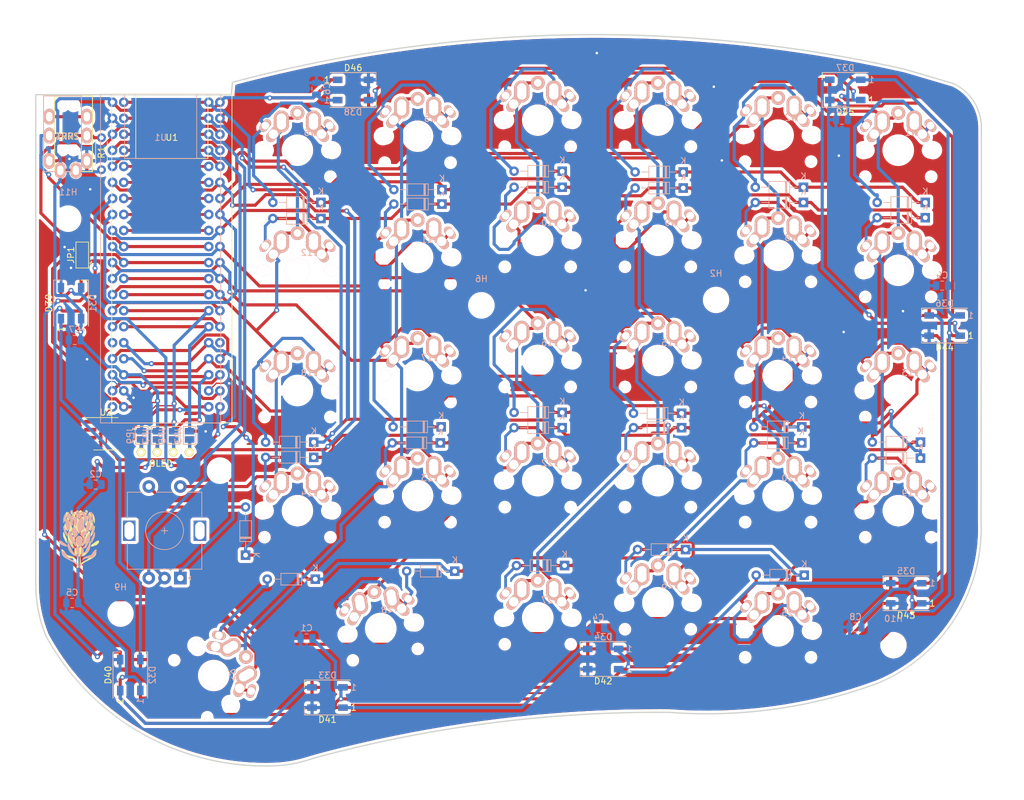
<source format=kicad_pcb>
(kicad_pcb (version 20210228) (generator pcbnew)
  (layers (0 "F.Cu" signal) (31 "B.Cu" signal) (34 "B.Paste" user) (35 "F.Paste" user) (36 "B.SilkS" user "B.Silkscreen") (37 "F.SilkS" user "F.Silkscreen") (38 "B.Mask" user) (39 "F.Mask" user) (44 "Edge.Cuts" user))
  (net 0 "")
  (net 1 "GND")
  (net 2 "+5V")
  (net 3 "Net-(D1-Pad2)")
  (net 4 "row0")
  (net 5 "Net-(D2-Pad2)")
  (net 6 "Net-(D3-Pad2)")
  (net 7 "Net-(D4-Pad2)")
  (net 8 "Net-(D5-Pad2)")
  (net 9 "Net-(D6-Pad2)")
  (net 10 "Net-(D7-Pad2)")
  (net 11 "row4")
  (net 12 "Net-(D8-Pad2)")
  (net 13 "Net-(D9-Pad2)")
  (net 14 "Net-(D12-Pad2)")
  (net 15 "RGB")
  (net 16 "Net-(D17-Pad2)")
  (net 17 "row1")
  (net 18 "Net-(D18-Pad2)")
  (net 19 "Net-(D19-Pad2)")
  (net 20 "Net-(D20-Pad2)")
  (net 21 "Net-(D21-Pad2)")
  (net 22 "Net-(D22-Pad2)")
  (net 23 "Net-(D23-Pad2)")
  (net 24 "Net-(D33-Pad2)")
  (net 25 "row2")
  (net 26 "Net-(D34-Pad2)")
  (net 27 "Net-(D35-Pad2)")
  (net 28 "Net-(D36-Pad2)")
  (net 29 "Net-(D37-Pad2)")
  (net 31 "row3")
  (net 32 "col0")
  (net 33 "col1")
  (net 34 "col2")
  (net 35 "col3")
  (net 36 "col4")
  (net 37 "col5")
  (net 38 "ROT1A")
  (net 39 "ROT1B")
  (net 40 "Net-(D10-Pad2)")
  (net 41 "Net-(D11-Pad2)")
  (net 42 "Net-(D13-Pad2)")
  (net 43 "Net-(D14-Pad2)")
  (net 44 "Net-(D15-Pad2)")
  (net 45 "Net-(D16-Pad2)")
  (net 46 "Net-(D24-Pad2)")
  (net 47 "Net-(D25-Pad2)")
  (net 48 "Net-(D26-Pad2)")
  (net 49 "Net-(D27-Pad2)")
  (net 50 "Net-(D28-Pad2)")
  (net 51 "Net-(D29-Pad2)")
  (net 52 "Net-(D30-Pad2)")
  (net 53 "Net-(D31-Pad2)")
  (net 54 "Net-(D32-Pad2)")
  (net 55 "unconnected-(J1-PadB)")
  (net 56 "+3V3")
  (net 57 "Net-(JP1-Pad2)")
  (net 58 "unconnected-(U1-Pad4)")
  (net 59 "unconnected-(U1-Pad5)")
  (net 60 "unconnected-(U1-Pad14)")
  (net 61 "unconnected-(U1-Pad15)")
  (net 62 "unconnected-(U1-Pad17)")
  (net 63 "unconnected-(U1-Pad18)")
  (net 64 "unconnected-(U1-Pad19)")
  (net 65 "Net-(J1-PadC)")
  (net 66 "unconnected-(U1-Pad20)")
  (net 67 "unconnected-(U1-Pad28)")
  (net 68 "unconnected-(U1-Pad29)")
  (net 69 "unconnected-(U1-Pad32)")
  (net 70 "unconnected-(U1-Pad33)")
  (net 71 "unconnected-(U1-Pad34)")
  (net 72 "unconnected-(U1-Pad35)")
  (net 73 "unconnected-(U1-Pad36)")
  (net 74 "SCL")
  (net 75 "SDA")
  (net 76 "A")
  (net 77 "D")
  (net 78 "B")
  (net 79 "C")
  (net 80 "Net-(D39-Pad2)")
  (net 81 "Net-(D40-Pad2)")
  (net 82 "Net-(D41-Pad2)")
  (net 83 "Net-(D42-Pad2)")
  (net 84 "Net-(D43-Pad2)")
  (net 85 "Net-(D44-Pad2)")
  (net 86 "Net-(D45-Pad2)")
  (footprint "tkw:Blackpill_copy" (layer "F.Cu") (at 110.211 52.2478)
    (fp_text reference "U1")
    (fp_text value "WeActBlackPill")
  )
  (footprint "Resistor_THT:R_Axial_DIN0204_L3.6mm_D1.6mm_P5.08mm_Horizontal" (layer "F.Cu") (at 99.06 57.8612 90)
    (fp_text reference "R1")
    (fp_text value "10k")
  )
  (footprint "LED_SMD:LED_WS2812B_PLCC4_5.0x5.0mm_P3.2mm" (layer "F.Cu") (at 226.568 124.968 180)
    (fp_text reference "D43")
    (fp_text value "WS2812B")
  )
  (footprint "LED_SMD:LED_WS2812B_PLCC4_5.0x5.0mm_P3.2mm" (layer "F.Cu") (at 94.234 78.994 90)
    (fp_text reference "D39")
    (fp_text value "WS2812B")
  )
  (footprint "LED_SMD:LED_WS2812B_PLCC4_5.0x5.0mm_P3.2mm" (layer "F.Cu") (at 232.664 82.55 180)
    (fp_text reference "D44")
    (fp_text value "WS2812B")
  )
  (footprint "Jumper:SolderJumper-2_P1.3mm_Open_Pad1.0x1.5mm" (layer "F.Cu") (at 105.41 99.934 -90)
    (fp_text reference "JP2" hide)
    (fp_text value "Jumper_NO_Small")
  )
  (footprint "LED_SMD:LED_WS2812B_PLCC4_5.0x5.0mm_P3.2mm" (layer "F.Cu") (at 216.916 45.212 180)
    (fp_text reference "D45")
    (fp_text value "WS2812B")
  )
  (footprint "Jumper:SolderJumper-2_P1.3mm_Open_Pad1.0x1.5mm" (layer "F.Cu") (at 107.95 99.934 -90)
    (fp_text reference "JP4" hide)
    (fp_text value "Jumper_NO_Small")
  )
  (footprint "LED_SMD:LED_WS2812B_PLCC4_5.0x5.0mm_P3.2mm" (layer "F.Cu") (at 138.938 45.212)
    (fp_text reference "D46")
    (fp_text value "WS2812B")
  )
  (footprint "gcp:Protea-tiny" (layer "F.Cu") (at 95.758 116.332)
    (fp_text reference "G***" hide)
    (fp_text value "LOGO" hide)
  )
  (footprint "LED_SMD:LED_WS2812B_PLCC4_5.0x5.0mm_P3.2mm" (layer "F.Cu") (at 134.874 141.478 180)
    (fp_text reference "D41")
    (fp_text value "WS2812B")
  )
  (footprint "foostan:OLED_v2" (layer "F.Cu") (at 109.145 102.616)
    (fp_text reference "OL1")
    (fp_text value "OLED" hide)
  )
  (footprint "LED_SMD:LED_WS2812B_PLCC4_5.0x5.0mm_P3.2mm" (layer "F.Cu") (at 178.562 135.382 180)
    (fp_text reference "D42")
    (fp_text value "WS2812B")
  )
  (footprint "Package_SO:SOIC-8_3.9x4.9mm_P1.27mm" (layer "F.Cu") (at 99.757 99.695)
    (fp_text reference "U2")
    (fp_text value "24LC64")
  )
  (footprint "Jumper:SolderJumper-3_P1.3mm_Open_Pad1.0x1.5mm" (layer "F.Cu") (at 96.012 71.374 90)
    (fp_text reference "JP1")
    (fp_text value "Jumper_NC_Dual")
  )
  (footprint "Jumper:SolderJumper-2_P1.3mm_Open_Pad1.0x1.5mm" (layer "F.Cu") (at 110.49 99.934 -90)
    (fp_text reference "JP6" hide)
    (fp_text value "Jumper_NO_Small")
  )
  (footprint "Jumper:SolderJumper-2_P1.3mm_Open_Pad1.0x1.5mm" (layer "F.Cu") (at 113.03 99.934 -90)
    (fp_text reference "JP8" hide)
    (fp_text value "Jumper_NO_Small")
  )
  (footprint "LED_SMD:LED_WS2812B_PLCC4_5.0x5.0mm_P3.2mm" (layer "F.Cu") (at 103.632 137.922 90)
    (fp_text reference "D40")
    (fp_text value "WS2812B")
  )
  (footprint "Capacitor_SMD:C_0805_2012Metric" (layer "B.Cu") (at 131.549 132.131 180)
    (fp_text reference "C1")
    (fp_text value "100nF")
  )
  (footprint "Capacitor_SMD:C_0805_2012Metric" (layer "B.Cu") (at 98.1436 107.747 180)
    (fp_text reference "C2")
    (fp_text value "100nF")
  )
  (footprint "Capacitor_SMD:C_0805_2012Metric" (layer "B.Cu") (at 177.775 130.455 180)
    (fp_text reference "C4")
    (fp_text value "100nF")
  )
  (footprint "Capacitor_SMD:C_0805_2012Metric" (layer "B.Cu") (at 133.1214 45.0111 90)
    (fp_text reference "C6")
    (fp_text value "100nF")
  )
  (footprint "Capacitor_SMD:C_0805_2012Metric" (layer "B.Cu") (at 94.8205 84.836 180)
    (fp_text reference "C7")
    (fp_text value "100nF")
  )
  (footprint "Capacitor_SMD:C_0805_2012Metric" (layer "B.Cu") (at 218.539 130.353 180)
    (fp_text reference "C8")
    (fp_text value "100nF")
  )
  (footprint "Diode_THT:D_DO-34_SOD68_P7.62mm_Horizontal" (layer "B.Cu") (at 229.591 63.0428 180)
    (fp_text reference "D1" hide)
    (fp_text value "D_Small")
  )
  (footprint "Diode_THT:D_DO-34_SOD68_P7.62mm_Horizontal" (layer "B.Cu") (at 210.287 60.6298 180)
    (fp_text reference "D2" hide)
    (fp_text value "D_Small")
  )
  (footprint "Diode_THT:D_DO-34_SOD68_P7.62mm_Horizontal" (layer "B.Cu") (at 191.237 58.2168 180)
    (fp_text reference "D3" hide)
    (fp_text value "D_Small")
  )
  (footprint "Diode_THT:D_DO-34_SOD68_P7.62mm_Horizontal" (layer "B.Cu") (at 172.06 58.0898 180)
    (fp_text reference "D4" hide)
    (fp_text value "D_Small")
  )
  (footprint "Diode_THT:D_DO-34_SOD68_P7.62mm_Horizontal" (layer "B.Cu") (at 153.01 61.0108 180)
    (fp_text reference "D5" hide)
    (fp_text value "D_Small")
  )
  (footprint "Diode_THT:D_DO-34_SOD68_P7.62mm_Horizontal" (layer "B.Cu") (at 155.042 121.463 180)
    (fp_text reference "D28" hide)
    (fp_text value "D_Small")
  )
  (footprint "Diode_THT:D_DO-34_SOD68_P7.62mm_Horizontal" (layer "B.Cu") (at 132.944 122.733 180)
    (fp_text reference "D29" hide)
    (fp_text value "D_Small")
  )
  (footprint "Diode_THT:D_DO-34_SOD68_P7.62mm_Horizontal" (layer "B.Cu") (at 121.895 118.923 90)
    (fp_text reference "D30" hide)
    (fp_text value "D_Small")
  )
  (footprint "LED_SMD:LED_WS2812B_PLCC4_5.0x5.0mm_P3.2mm" (layer "B.Cu") (at 94.234 78.994 90)
    (fp_text reference "D31")
    (fp_text value "WS2812B")
  )
  (footprint "Diode_THT:D_DO-34_SOD68_P7.62mm_Horizontal" (layer "B.Cu") (at 229.591 65.4558 180)
    (fp_text reference "D7" hide)
    (fp_text value "D_Small")
  )
  (footprint "LED_SMD:LED_WS2812B_PLCC4_5.0x5.0mm_P3.2mm" (layer "B.Cu") (at 103.6193 137.9259 90)
    (fp_text reference "D32")
    (fp_text value "WS2812B")
  )
  (footprint "Diode_THT:D_DO-34_SOD68_P7.62mm_Horizontal" (layer "B.Cu") (at 210.287 63.0428 180)
    (fp_text reference "D8" hide)
    (fp_text value "D_Small")
  )
  (footprint "Diode_THT:D_DO-34_SOD68_P7.62mm_Horizontal" (layer "B.Cu") (at 191.237 60.7568 180)
    (fp_text reference "D9" hide)
    (fp_text value "D_Small")
  )
  (footprint "Diode_THT:D_DO-34_SOD68_P7.62mm_Horizontal" (layer "B.Cu") (at 172.06 60.6298 180)
    (fp_text reference "D10" hide)
    (fp_text value "D_Small")
  )
  (footprint "Diode_THT:D_DO-34_SOD68_P7.62mm_Horizontal" (layer "B.Cu") (at 153.01 63.2968 180)
    (fp_text reference "D11" hide)
    (fp_text value "D_Small")
  )
  (footprint "Diode_THT:D_DO-34_SOD68_P7.62mm_Horizontal" (layer "B.Cu") (at 133.833 65.5828 180)
    (fp_text reference "D12" hide)
    (fp_text value "D_Small")
  )
  (footprint "Diode_THT:D_DO-34_SOD68_P7.62mm_Horizontal" (layer "B.Cu") (at 228.829 101.016 180)
    (fp_text reference "D13" hide)
    (fp_text value "D_Small")
  )
  (footprint "Diode_THT:D_DO-34_SOD68_P7.62mm_Horizontal" (layer "B.Cu") (at 210.033 98.6028 180)
    (fp_text reference "D14" hide)
    (fp_text value "D_Small")
  )
  (footprint "Diode_THT:D_DO-34_SOD68_P7.62mm_Horizontal" (layer "B.Cu") (at 190.983 96.4438 180)
    (fp_text reference "D15" hide)
    (fp_text value "D_Small")
  )
  (footprint "Diode_THT:D_DO-34_SOD68_P7.62mm_Horizontal" (layer "B.Cu") (at 172.06 96.3168 180)
    (fp_text reference "D16" hide)
    (fp_text value "D_Small")
  )
  (footprint "Diode_THT:D_DO-34_SOD68_P7.62mm_Horizontal" (layer "B.Cu") (at 152.883 98.6028 180)
    (fp_text reference "D17" hide)
    (fp_text value "D_Small")
  )
  (footprint "Diode_THT:D_DO-34_SOD68_P7.62mm_Horizontal" (layer "B.Cu") (at 132.69 101.016 180)
    (fp_text reference "D18" hide)
    (fp_text value "D_Small")
  )
  (footprint "LED_SMD:LED_WS2812B_PLCC4_5.0x5.0mm_P3.2mm" (layer "B.Cu") (at 134.8751 141.4851 180)
    (fp_text reference "D33")
    (fp_text value "WS2812B")
  )
  (footprint "LED_SMD:LED_WS2812B_PLCC4_5.0x5.0mm_P3.2mm" (layer "B.Cu") (at 178.5633 135.3896 180)
    (fp_text reference "D34")
    (fp_text value "WS2812B")
  )
  (footprint "Diode_THT:D_DO-34_SOD68_P7.62mm_Horizontal" (layer "B.Cu") (at 228.829 103.556 180)
    (fp_text reference "D19" hide)
    (fp_text value "D_Small")
  )
  (footprint "Diode_THT:D_DO-34_SOD68_P7.62mm_Horizontal" (layer "B.Cu") (at 210.033 101.143 180)
    (fp_text reference "D20" hide)
    (fp_text value "D_Small")
  )
  (footprint "Diode_THT:D_DO-34_SOD68_P7.62mm_Horizontal" (layer "B.Cu") (at 190.983 98.7298 180)
    (fp_text reference "D21" hide)
    (fp_text value "D_Small")
  )
  (footprint "Diode_THT:D_DO-34_SOD68_P7.62mm_Horizontal" (layer "B.Cu") (at 172.06 98.7298 180)
    (fp_text reference "D22" hide)
    (fp_text value "D_Small")
  )
  (footprint "Diode_THT:D_DO-34_SOD68_P7.62mm_Horizontal" (layer "B.Cu") (at 152.756 101.143 180)
    (fp_text reference "D23" hide)
    (fp_text value "D_Small")
  )
  (footprint "Diode_THT:D_DO-34_SOD68_P7.62mm_Horizontal" (layer "B.Cu") (at 132.69 103.429 180)
    (fp_text reference "D24" hide)
    (fp_text value "D_Small")
  )
  (footprint "Diode_THT:D_DO-34_SOD68_P7.62mm_Horizontal" (layer "B.Cu") (at 210.414 122.098 180)
    (fp_text reference "D25" hide)
    (fp_text value "D_Small")
  )
  (footprint "Diode_THT:D_DO-34_SOD68_P7.62mm_Horizontal" (layer "B.Cu") (at 191.618 118.034 180)
    (fp_text reference "D26" hide)
    (fp_text value "D_Small")
  )
  (footprint "Diode_THT:D_DO-34_SOD68_P7.62mm_Horizontal" (layer "B.Cu") (at 172.441 120.574 180)
    (fp_text reference "D27" hide)
    (fp_text value "D_Small")
  )
  (footprint "LED_SMD:LED_WS2812B_PLCC4_5.0x5.0mm_P3.2mm" (layer "B.Cu") (at 216.9156 45.2129 180)
    (fp_text reference "D37")
    (fp_text value "WS2812B")
  )
  (footprint "LED_SMD:LED_WS2812B_PLCC4_5.0x5.0mm_P3.2mm" (layer "B.Cu") (at 138.9138 45.231)
    (fp_text reference "D38")
    (fp_text value "WS2812B")
  )
  (footprint "MountingHole:MountingHole_3.2mm_M3" (layer "B.Cu") (at 196.444 78.486 180)
    (fp_text reference "H2")
    (fp_text value "MountingHole")
  )
  (footprint "MountingHole:MountingHole_3.2mm_M3" (layer "B.Cu") (at 117.831 105.537 180)
    (fp_text reference "H3" hide)
    (fp_text value "MountingHole")
  )
  (footprint "MountingHole:MountingHole_3.2mm_M3" (layer "B.Cu") (at 102.083 128.194 180)
    (fp_text reference "H9")
    (fp_text value "MountingHole")
  )
  (footprint "MountingHole:MountingHole_3.2mm_M3" (layer "B.Cu") (at 224.561 133.198 180)
    (fp_text reference "H10")
    (fp_text value "MountingHole")
  )
  (footprint "MountingHole:MountingHole_3.2mm_M3" (layer "B.Cu") (at 159.258 79.3496 180)
    (fp_text reference "H6")
    (fp_text value "MountingHole")
  )
  (footprint "MountingHole:MountingHole_3.2mm_M3" (layer "B.Cu") (at 93.7766 65.6082 180)
    (fp_text reference "H11")
    (fp_text value "MountingHole")
  )
  (footprint "Capacitor_SMD:C_0805_2012Metric" (layer "B.Cu") (at 94.4095 126.492 180)
    (fp_text reference "C5")
    (fp_text value "100nF")
  )
  (footprint "LED_SMD:LED_WS2812B_PLCC4_5.0x5.0mm_P3.2mm" (layer "B.Cu") (at 232.6542 82.5514 180)
    (fp_text reference "D36")
    (fp_text value "WS2812B")
  )
  (footprint "foostan:MX_ALPS_PG1350_noLed" (layer "B.Cu") (at 225.313 73.7978 180)
    (fp_text reference "SW7")
    (fp_text value "TAB")
  )
  (footprint "foostan:MX_ALPS_PG1350_noLed" (layer "B.Cu") (at 206.273 52.3778 180)
    (fp_text reference "SW2")
    (fp_text value "1")
  )
  (footprint "foostan:MX_ALPS_PG1350_noLed" (layer "B.Cu") (at 149.153 109.498 180)
    (fp_text reference "SW23")
    (fp_text value "C")
  )
  (footprint "foostan:MX_ALPS_PG1350_noLed" (layer "B.Cu") (at 130.113 111.878 180)
    (fp_text reference "SW24")
    (fp_text value "V")
  )
  (footprint "foostan:MX_ALPS_PG1350_noLed" (layer "B.Cu") (at 168.193 107.118 180)
    (fp_text reference "SW22")
    (fp_text value "X")
  )
  (footprint "foostan:MX_ALPS_PG1350_noLed" (layer "B.Cu") (at 130.113 54.7578 180)
    (fp_text reference "SW6")
    (fp_text value "5")
  )
  (footprint "foostan:MX_ALPS_PG1350_noLed" (layer "B.Cu") (at 206.273 130.918 180)
    (fp_text reference "SW25")
    (fp_text value "CTRL")
  )
  (footprint "Rotary_Encoder:RotaryEncoder_Alps_EC11E-Switch_Vertical_H20mm" (layer "B.Cu") (at 111.557 122.555 90)
    (fp_text reference "SW30" hide)
    (fp_text value "Rotary_Encoder_Switch")
  )
  (footprint "foostan:MX_ALPS_PG1350_noLed" (layer "B.Cu") (at 149.153 52.5378 180)
    (fp_text reference "SW5")
    (fp_text value "4")
  )
  (footprint "foostan:MX_ALPS_PG1350_noLed" (layer "B.Cu") (at 187.233 107.118 180)
    (fp_text reference "SW21")
    (fp_text value "Z")
  )
  (footprint "foostan:MX_ALPS_PG1350_noLed" (layer "B.Cu") (at 130.113 73.7978 180)
    (fp_text reference "SW12")
    (fp_text value "T")
  )
  (footprint "foostan:MX_ALPS_PG1350_noLed" (layer "B.Cu") (at 168.193 128.858 180)
    (fp_text reference "SW27")
    (fp_text value "ALT")
  )
  (footprint "foostan:MX_ALPS_PG1350_noLed" (layer "B.Cu") (at 116.84 137.998 120)
    (fp_text reference "SW29")
    (fp_text value "C")
  )
  (footprint "foostan:MX_ALPS_PG1350_noLed" (layer "B.Cu") (at 143.307 130.556 -170)
    (fp_text reference "SW28")
    (fp_text value "X")
  )
  (footprint "foostan:MX_ALPS_PG1350_noLed" (layer "B.Cu") (at 225.313 92.8378 180)
    (fp_text reference "SW13")
    (fp_text value "CAPS")
  )
  (footprint "foostan:MX_ALPS_PG1350_noLed" (layer "B.Cu") (at 149.153 90.4578 180)
    (fp_text reference "SW17")
    (fp_text value "F")
  )
  (footprint "foostan:MX_ALPS_PG1350_noLed" (layer "B.Cu") (at 168.193 69.0378 180)
    (fp_text reference "SW10")
    (fp_text value "E")
  )
  (footprint "foostan:MX_ALPS_PG1350_noLed" (layer "B.Cu") (at 206.273 109.498 180)
    (fp_text reference "SW20")
    (fp_text value "<")
  )
  (footprint "foostan:MX_ALPS_PG1350_noLed" (layer "B.Cu") (at 168.193 88.0778 180)
    (fp_text reference "SW16")
    (fp_text value "D")
  )
  (footprint "foostan:MX_ALPS_PG1350_noLed" (layer "B.Cu") (at 149.153 71.7378 180)
    (fp_text reference "SW11")
    (fp_text value "R")
  )
  (footprint "foostan:MX_ALPS_PG1350_noLed" (layer "B.Cu") (at 187.233 69.0378 180)
    (fp_text reference "SW9")
    (fp_text value "W")
  )
  (footprint "foostan:MX_ALPS_PG1350_noLed" (layer "B.Cu") (at 187.233 49.9978 180)
    (fp_text reference "SW3")
    (fp_text value "2")
  )
  (footprint "foostan:MX_ALPS_PG1350_noLed" (layer "B.Cu") (at 130.113 92.8378 180)
    (fp_text reference "SW18")
    (fp_text value "G")
  )
  (footprint "foostan:MX_ALPS_PG1350_noLed" (layer "B.Cu") (at 225.313 54.7578 180)
    (fp_text reference "SW1")
    (fp_text value "ESC")
  )
  (footprint "foostan:MX_ALPS_PG1350_noLed" (layer "B.Cu") (at 168.193 49.9978 180)
    (fp_text reference "SW4")
    (fp_text value "3")
  )
  (footprint "foostan:MX_ALPS_PG1350_noLed" (layer "B.Cu") (at 206.273 90.4578 180)
    (fp_text reference "SW14")
    (fp_text value "A")
  )
  (footprint "foostan:MX_ALPS_PG1350_noLed" (layer "B.Cu") (at 187.233 88.0778 180)
    (fp_text reference "SW15")
    (fp_text value "S")
  )
  (footprint "foostan:MX_ALPS_PG1350_noLed" (layer "B.Cu") (at 187.233 126.478 180)
    (fp_text reference "SW26")
    (fp_text value "SUPER")
  )
  (footprint "foostan:MX_ALPS_PG1350_noLed" (layer "B.Cu") (at 206.273 71.4178 180)
    (fp_text reference "SW8")
    (fp_text value "Q")
  )
  (footprint "foostan:MX_ALPS_PG1350_noLed" (layer "B.Cu") (at 225.313 111.878 180)
    (fp_text reference "SW19")
    (fp_text value "SHIFT")
  )
  (footprint "Diode_THT:D_DO-34_SOD68_P7.62mm_Horizontal" (layer "B.Cu") (at 133.833 63.0428 180)
    (fp_text reference "D6" hide)
    (fp_text value "D_Small")
  )
  (footprint "LED_SMD:LED_WS2812B_PLCC4_5.0x5.0mm_P3.2mm" (layer "B.Cu") (at 226.568 124.968 180)
    (fp_text reference "D35")
    (fp_text value "WS2812B")
  )
  (footprint "Capacitor_SMD:C_0805_2012Metric" (layer "B.Cu") (at 216.38 49.9364 180)
    (fp_text reference "C3")
    (fp_text value "100nF")
  )
  (footprint "Capacitor_SMD:C_0805_2012Metric" (layer "B.Cu") (at 232.2599 76.2254 180)
    (fp_text reference "C9")
    (fp_text value "100nF")
  )
  (footprint "foostan:MJ-4PP-9" (layer "B.Cu") (at 92.8876 46.1518 180)
    (fp_text reference "J1")
    (fp_text value "MJ-4PP-9" hide)
  )
  (footprint "Jumper:SolderJumper-2_P1.3mm_Open_Pad1.0x1.5mm" (layer "B.Cu") (at 113.03 99.964 -90)
    (fp_text reference "JP3")
    (fp_text value "Jumper_NO_Small")
  )
  (footprint "gcp:Protea-tiny" (layer "B.Cu") (at 95.25 116.332 180)
    (fp_text reference "G***" hide)
    (fp_text value "LOGO" hide)
  )
  (footprint "Jumper:SolderJumper-2_P1.3mm_Open_Pad1.0x1.5mm" (layer "B.Cu") (at 107.95 99.964 -90)
    (fp_text reference "JP7")
    (fp_text value "Jumper_NO_Small")
  )
  (footprint "Jumper:SolderJumper-2_P1.3mm_Open_Pad1.0x1.5mm" (layer "B.Cu") (at 105.41 99.964 -90)
    (fp_text reference "JP9")
    (fp_text value "Jumper_NO_Small")
  )
  (footprint "Jumper:SolderJumper-2_P1.3mm_Open_Pad1.0x1.5mm" (layer "B.Cu") (at 110.49 99.964 -90)
    (fp_text reference "JP5")
    (fp_text value "Jumper_NO_Small")
  )
  (gr_line (start 132.997409 151.014164) (end 130.8875 151.642865) (layer "Edge.Cuts") (width 0.2))
  (gr_line (start 226.391009 41.948862) (end 234.06944 44.209815) (layer "Edge.Cuts") (width 0.2))
  (gr_arc (start 211.877431 114.674177) (end 222.094175 139.208147) (angle -70.0058655) (layer "Edge.Cuts") (width 0.2))
  (gr_line (start 238.4806 60.6552) (end 238.48055 53.23383) (layer "Edge.Cuts") (width 0.2))
  (gr_line (start 119.636018 45.987047) (end 119.812477 44.006359) (layer "Edge.Cuts") (width 0.2))
  (gr_arc (start 124.978268 112.784292) (end 90.244319 131.69488) (angle -64.4574) (layer "Edge.Cuts") (width 0.2))
  (gr_line (start 88.648218 45.961647) (end 88.649494 123.646193) (layer "Edge.Cuts") (width 0.2))
  (gr_line (start 238.4811 70.565005) (end 238.4806 60.6552) (layer "Edge.Cuts") (width 0.2))
  (gr_line (start 88.648218 45.961647) (end 119.636018 45.987047) (layer "Edge.Cuts") (width 0.2))
  (gr_arc (start 125.702168 132.235255) (end 127.063973 152.277423) (angle -11.07178986) (layer "Edge.Cuts") (width 0.2))
  (gr_arc (start 177.266934 258.734913) (end 226.391009 41.948862) (angle -27.74731122) (layer "Edge.Cuts") (width 0.2))
  (gr_line (start 238.4811 70.565005) (end 238.42603 113.461972) (layer "Edge.Cuts") (width 0.2))
  (gr_arc (start 187.237288 352.242171) (end 189.0522 143.8402) (angle -15.58420072) (layer "Edge.Cuts") (width 0.2))
  (gr_arc (start 194.977313 65.940279) (end 189.0522 143.8402) (angle -24.6593804) (layer "Edge.Cuts") (width 0.2))
  (gr_arc (start 230.813163 51.150063) (end 238.478151 51.285495) (angle -65.87686877) (layer "Edge.Cuts") (width 0.2))
  (gr_arc (start 110.183316 123.561675) (end 88.649494 123.646193) (angle -21.96588417) (layer "Edge.Cuts") (width 0.2))
  (gr_line (start 238.478151 51.285495) (end 238.48055 53.23383) (layer "Edge.Cuts") (width 0.2))
  (segment (start 116.053 92.8878) (end 116.77348 92.16732) (width 0.2) (layer "F.Cu") (net 1))
  (segment (start 116.77348 92.16732) (end 116.788619 92.167319) (width 0.2) (layer "F.Cu") (net 1))
  (segment (start 117.261938 91.694) (end 119.38 91.694) (width 0.2) (layer "F.Cu") (net 1))
  (segment (start 119.38 91.694) (end 119.2925 91.694) (width 0.2) (layer "F.Cu") (net 1))
  (segment (start 116.788619 92.167319) (end 117.261938 91.694) (width 0.2) (layer "F.Cu") (net 1))
  (via (at 197.358 56.388) (size 0.8) (drill 0.4) (layers "F.Cu" "B.Cu") (net 1))
  (via (at 115.57 99.314) (size 0.8) (drill 0.4) (layers "F.Cu" "B.Cu") (net 1))
  (via (at 216.662 83.566) (size 0.8) (drill 0.4) (layers "F.Cu" "B.Cu") (net 1))
  (via (at 93.98 56.134) (size 0.8) (drill 0.4) (layers "F.Cu" "B.Cu") (net 1))
  (via (at 104.14 93.98) (size 0.8) (drill 0.4) (layers "F.Cu" "B.Cu") (net 1))
  (via (at 98.044 77.978) (size 0.8) (drill 0.4) (layers "F.Cu" "B.Cu") (net 1))
  (via (at 119.2925 91.694) (size 0.8) (drill 0.4) (layers "F.Cu" "B.Cu") (net 1))
  (via (at 177.546 39.37) (size 0.8) (drill 0.4) (layers "F.Cu" "B.Cu") (net 1))
  (via (at 97.282 60.96) (size 0.8) (drill 0.4) (layers "F.Cu" "B.Cu") (net 1))
  (via (at 96.774 87.884) (size 0.8) (drill 0.4) (layers "F.Cu" "B.Cu") (net 1))
  (via (at 175.768 76.962) (size 0.8) (drill 0.4) (layers "F.Cu" "B.Cu") (net 1))
  (via (at 94.234 73.406) (size 0.8) (drill 0.4) (layers "F.Cu" "B.Cu") (net 1))
  (via (at 196.088 44.704) (size 0.8) (drill 0.4) (layers "F.Cu" "B.Cu") (net 1))
  (via (at 226.06 80.264) (size 0.8) (drill 0.4) (layers "F.Cu" "B.Cu") (net 1))
  (via (at 93.218 70.104) (size 0.8) (drill 0.4) (layers "F.Cu" "B.Cu") (net 1))
  (via (at 215.9 55.626) (size 0.8) (drill 0.4) (layers "F.Cu" "B.Cu") (net 1))
  (segment (start 103.124 56.134) (end 99.06 56.134) (width 0.45) (layer "B.Cu") (net 1))
  (segment (start 100.813 49.7078) (end 101.999511 50.894311) (width 0.45) (layer "B.Cu") (net 1))
  (segment (start 99.283311 91.409311) (end 98.552 90.678) (width 0.2) (layer "B.Cu") (net 1))
  (segment (start 102.591 92.8878) (end 102.575862 92.8878) (width 0.2) (layer "B.Cu") (net 1))
  (segment (start 101.097373 91.409311) (end 99.283311 91.409311) (width 0.2) (layer "B.Cu") (net 1))
  (segment (start 101.999511 50.894311) (end 103.218311 50.894311) (width 0.45) (layer "B.Cu") (net 1))
  (segment (start 103.777511 51.453511) (end 103.777511 55.480489) (width 0.45) (layer "B.Cu") (net 1))
  (segment (start 103.218311 50.894311) (end 103.777511 51.453511) (width 0.45) (layer "B.Cu") (net 1))
  (segment (start 102.575862 92.8878) (end 101.097373 91.409311) (width 0.2) (layer "B.Cu") (net 1))
  (segment (start 103.777511 55.480489) (end 103.124 56.134) (width 0.45) (layer "B.Cu") (net 1))
  (segment (start 116.561 48.4378) (end 117.831 47.1678) (width 0.5) (layer "F.Cu") (net 2))
  (segment (start 137.0015 141.7002) (end 136.7754 141.7002) (width 0.5) (layer "F.Cu") (net 2))
  (segment (start 176.894 141.7002) (end 137.0015 141.7002) (width 0.5) (layer "F.Cu") (net 2))
  (segment (start 102.8747 90.6315) (end 115.7693 90.6315) (width 0.5) (layer "F.Cu") (net 2))
  (segment (start 98.3811 104.1029) (end 99.3111 105.0329) (width 0.5) (layer "F.Cu") (net 2))
  (segment (start 102.032 140.372) (end 102.032 141.5723) (width 0.5) (layer "F.Cu") (net 2))
  (segment (start 104.14 97.79) (end 107.188 94.742) (width 0.2) (layer "F.Cu") (net 2))
  (segment (start 227.5034 126.0818) (end 227.8177 126.3961) (width 0.5) (layer "F.Cu") (net 2))
  (segment (start 182.2123 136.9377) (end 182.2123 136.982) (width 0.5) (layer "F.Cu") (net 2))
  (segment (start 136.1237 142.3519) (end 136.1237 143.078) (width 0.5) (layer "F.Cu") (net 2))
  (segment (start 218.2447 136.6146) (end 182.5354 136.6146) (width 0.5) (layer "F.Cu") (net 2))
  (segment (start 92.634 82.6443) (end 94.8363 82.6443) (width 0.5) (layer "F.Cu") (net 2))
  (segment (start 228.2913 126.568) (end 227.8177 126.568) (width 0.5) (layer "F.Cu") (net 2))
  (segment (start 99.3111 105.0329) (end 105.9832 105.0329) (width 0.5) (layer "F.Cu") (net 2))
  (segment (start 133.6094 145.5923) (end 106.052 145.5923) (width 0.5) (layer "F.Cu") (net 2))
  (segment (start 102.032 138.6229) (end 102.032 140.372) (width 0.5) (layer "F.Cu") (net 2))
  (segment (start 110.49 99.284) (end 112.2896 97.4844) (width 0.5) (layer "F.Cu") (net 2))
  (segment (start 229.018 126.568) (end 228.4179 126.568) (width 0.5) (layer "F.Cu") (net 2))
  (segment (start 132.588 46.482) (end 125.73 46.482) (width 0.5) (layer "F.Cu") (net 2))
  (segment (start 102.232 97.79) (end 104.14 97.79) (width 0.2) (layer "F.Cu") (net 2))
  (segment (start 182.5354 136.6146) (end 182.2123 136.9377) (width 0.5) (layer "F.Cu") (net 2))
  (segment (start 228.4179 126.568) (end 228.2913 126.568) (width 0.5) (layer "F.Cu") (net 2))
  (segment (start 137.324 143.078) (end 136.1237 143.078) (width 0.5) (layer "F.Cu") (net 2))
  (segment (start 135.2877 43.612) (end 135.2877 43.7823) (width 0.5) (layer "F.Cu") (net 2))
  (segment (start 94.8363 82.6443) (end 95.758 83.566) (width 0.5) (layer "F.Cu") (net 2))
  (segment (start 92.634 81.444) (end 92.634 82.6443) (width 0.5) (layer "F.Cu") (net 2))
  (segment (start 233.4236 83.7179) (end 233.4816 83.7179) (width 0.5) (layer "F.Cu") (net 2))
  (segment (start 106.052 145.5923) (end 102.032 141.5723) (width 0.5) (layer "F.Cu") (net 2))
  (segment (start 135.2877 43.7823) (end 132.588 46.482) (width 0.5) (layer "F.Cu") (net 2))
  (segment (start 100.813 47.1678) (end 102.083 48.4378) (width 0.5) (layer "F.Cu") (net 2))
  (segment (start 102.3673 138.2876) (end 102.032 138.6229) (width 0.5) (layer "F.Cu") (net 2))
  (segment (start 228.2913 126.568) (end 218.2447 136.6146) (width 0.5) (layer "F.Cu") (net 2))
  (segment (start 112.2896 97.4844) (end 114.5924 97.4844) (width 0.5) (layer "F.Cu") (net 2))
  (segment (start 216.3506 46.1971) (end 216.9655 46.812) (width 0.5) (layer "F.Cu") (net 2))
  (segment (start 136.488 43.612) (end 135.2877 43.612) (width 0.5) (layer "F.Cu") (net 2))
  (segment (start 227.8177 126.3961) (end 227.8177 126.568) (width 0.5) (layer "F.Cu") (net 2))
  (segment (start 233.4816 83.7179) (end 233.9137 84.15) (width 0.5) (layer "F.Cu") (net 2))
  (segment (start 94.9876 57.9518) (end 92.5376 57.9518) (width 0.5) (layer "F.Cu") (net 2))
  (segment (start 181.012 136.982) (end 181.6122 136.982) (width 0.5) (layer "F.Cu") (net 2))
  (segment (start 216.9655 46.812) (end 219.366 46.812) (width 0.5) (layer "F.Cu") (net 2))
  (segment (start 181.6122 136.982) (end 182.2123 136.982) (width 0.5) (layer "F.Cu") (net 2))
  (segment (start 181.6122 136.982) (end 176.894 141.7002) (width 0.5) (layer "F.Cu") (net 2))
  (segment (start 102.083 48.4378) (end 116.561 48.4378) (width 0.5) (layer "F.Cu") (net 2))
  (segment (start 107.188 94.742) (end 107.95 94.742) (width 0.2) (layer "F.Cu") (net 2))
  (segment (start 235.114 84.15) (end 233.9137 84.15) (width 0.5) (layer "F.Cu") (net 2))
  (segment (start 136.1237 143.078) (end 133.6094 145.5923) (width 0.5) (layer "F.Cu") (net 2))
  (segment (start 136.7754 141.7002) (end 136.1237 142.3519) (width 0.5) (layer "F.Cu") (net 2))
  (via (at 216.3506 46.1971) (size 0.8) (drill 0.4) (layers "F.Cu" "B.Cu") (net 2))
  (via (at 105.9832 105.0329) (size 0.8) (drill 0.4) (layers "F.Cu" "B.Cu") (net 2))
  (via (at 233.4236 83.7179) (size 0.8) (drill 0.4) (layers "F.Cu" "B.Cu") (net 2))
  (via (at 114.5924 97.4844) (size 0.8) (drill 0.4) (layers "F.Cu" "B.Cu") (net 2))
  (via (at 137.0015 141.7002) (size 0.8) (drill 0.4) (layers "F.Cu" "B.Cu") (net 2))
  (via (at 102.3673 138.2876) (size 0.8) (drill 0.4) (layers "F.Cu" "B.Cu") (net 2))
  (via (at 125.73 46.482) (size 0.8) (drill 0.4) (layers "F.Cu" "B.Cu") (net 2))
  (via (at 95.758 83.566) (size 0.8) (drill 0.4) (layers "F.Cu" "B.Cu") (net 2))
  (via (at 227.5034 126.0818) (size 0.8) (drill 0.4) (layers "F.Cu" "B.Cu") (net 2))
  (via (at 98.3811 104.1029) (size 0.8) (drill 0.4) (layers "F.Cu" "B.Cu") (net 2))
  (via (at 107.95 94.488) (size 0.8) (drill 0.4) (layers "F.Cu" "B.Cu") (net 2))
  (via (at 182.5354 136.6146) (size 0.8) (drill 0.4) (layers "F.Cu" "B.Cu") (net 2))
  (segment (start 234.3236 80.9514) (end 233.4237 81.8513) (width 0.5) (layer "B.Cu") (net 2))
  (segment (start 107.95 99.314) (end 106.7497 99.314) (width 0.5) (layer "B.Cu") (net 2))
  (segment (start 218.7655 43.6129) (end 219.3656 43.6129) (width 0.5) (layer "B.Cu") (net 2))
  (segment (start 95.347 111.4811) (end 99.0811 107.747) (width 0.5) (layer "B.Cu") (net 2))
  (segment (start 235.1042 80.9514) (end 234.5041 80.9514) (width 0.5) (layer "B.Cu") (net 2))
  (segment (start 136.9001 139.8851) (end 136.1248 139.8851) (width 0.5) (layer "B.Cu") (net 2))
  (segment (start 136.4638 46.831) (end 134.0038 46.831) (width 0.5) (layer "B.Cu") (net 2))
  (segment (start 219.4765 129.3216) (end 219.4765 130.353) (width 0.5) (layer "B.Cu") (net 2))
  (segment (start 91.7913 53.8981) (end 91.7913 55.2164) (width 0.5) (layer "B.Cu") (net 2))
  (segment (start 95.834 82.6443) (end 95.758 82.7203) (width 0.5) (layer "B.Cu") (net 2))
  (segment (start 114.5924 97.4844) (end 114.5924 91.8084) (width 0.5) (layer "B.Cu") (net 2))
  (segment (start 114.5924 91.8084) (end 116.053 90.3478) (width 0.5) (layer "B.Cu") (net 2))
  (segment (start 217.3175 46.1971) (end 217.3175 44.4607) (width 0.5) (layer "B.Cu") (net 2))
  (segment (start 229.018 123.368) (end 227.8177 123.368) (width 0.5) (layer "B.Cu") (net 2))
  (segment (start 106.6104 99.4533) (end 106.7497 99.314) (width 0.5) (layer "B.Cu") (net 2))
  (segment (start 179.813 133.7896) (end 179.813 131.5555) (width 0.5) (layer "B.Cu") (net 2))
  (segment (start 95.347 126.492) (end 95.347 111.4811) (width 0.5) (layer "B.Cu") (net 2))
  (segment (start 233.4236 125.2244) (end 233.4236 83.7179) (width 0.5) (layer "B.Cu") (net 2))
  (segment (start 92.1274 48.5525) (end 92.1274 53.562) (width 0.5) (layer "B.Cu") (net 2))
  (segment (start 224.8333 43.6129) (end 233.1974 51.977) (width 0.5) (layer "B.Cu") (net 2))
  (segment (start 219.3656 43.6129) (end 224.8333 43.6129) (width 0.5) (layer "B.Cu") (net 2))
  (segment (start 227.5034 126.0818) (end 227.5034 127.4274) (width 0.5) (layer "B.Cu") (net 2))
  (segment (start 91.8153 47.2016) (end 91.8153 48.2404) (width 0.5) (layer "B.Cu") (net 2))
  (segment (start 106.6104 104.4057) (end 106.6104 99.4533) (width 0.5) (layer "B.Cu") (net 2))
  (segment (start 107.95 94.488) (end 107.95 93.0473) (width 0.5) (layer "B.Cu") (net 2))
  (segment (start 98.7365 58.1847) (end 99.06 57.8612) (width 0.5) (layer "B.Cu") (net 2))
  (segment (start 230.886 127.762) (end 233.4236 125.2244) (width 0.5) (layer "B.Cu") (net 2))
  (segment (start 91.8153 48.2404) (end 92.1274 48.5525) (width 0.5) (layer "B.Cu") (net 2))
  (segment (start 233.4237 83.7179) (end 233.4236 83.7179) (width 0.5) (layer "B.Cu") (net 2))
  (segment (start 180.5883 133.7896) (end 179.813 133.7896) (width 0.5) (layer "B.Cu") (net 2))
  (segment (start 226.8674 124.3183) (end 224.4798 124.3183) (width 0.5) (layer "B.Cu") (net 2))
  (segment (start 227.838 127.762) (end 230.886 127.762) (width 0.5) (layer "B.Cu") (net 2))
  (segment (start 233.1974 80.2449) (end 233.9039 80.9514) (width 0.5) (layer "B.Cu") (net 2))
  (segment (start 182.5354 135.7367) (end 182.5354 136.6146) (width 0.5) (layer "B.Cu") (net 2))
  (segment (start 227.8177 123.368) (end 226.8674 124.3183) (width 0.5) (layer "B.Cu") (net 2))
  (segment (start 227.5034 124.9543) (end 227.5034 126.0818) (width 0.5) (layer "B.Cu") (net 2))
  (segment (start 233.1974 76.2254) (end 233.1974 80.2449) (width 0.5) (layer "B.Cu") (net 2))
  (segment (start 92.5376 55.9627) (end 92.5376 57.9518) (width 0.5) (layer "B.Cu") (net 2))
  (segment (start 95.2205 58.1847) (end 98.7365 58.1847) (width 0.5) (layer "B.Cu") (net 2))
  (segment (start 105.9832 105.0329) (end 106.6104 104.4057) (width 0.5) (layer "B.Cu") (net 2))
  (segment (start 100.813 47.1678) (end 100.2454 46.6002) (width 0.5) (layer "B.Cu") (net 2))
  (segment (start 105.2505 90.3478) (end 102.591 90.3478) (width 0.5) (layer "B.Cu") (net 2))
  (segment (start 104.269 138.2253) (end 103.0044 138.2253) (width 0.5) (layer "B.Cu") (net 2))
  (segment (start 100.2454 46.6002) (end 92.4167 46.6002) (width 0.5) (layer "B.Cu") (net 2))
  (segment (start 224.4798 124.3183) (end 219.4765 129.3216) (width 0.5) (layer "B.Cu") (net 2))
  (segment (start 92.1274 53.562) (end 91.7913 53.8981) (width 0.5) (layer "B.Cu") (net 2))
  (segment (start 91.6694 77.527) (end 91.6694 60.5203) (width 0.5) (layer "B.Cu") (net 2))
  (segment (start 218.7655 43.6129) (end 218.1653 43.6129) (width 0.5) (layer "B.Cu") (net 2))
  (segment (start 137.0015 139.9865) (end 137.0015 141.7002) (width 0.5) (layer "B.Cu") (net 2))
  (segment (start 217.3175 46.1971) (end 216.3506 46.1971) (width 0.5) (layer "B.Cu") (net 2))
  (segment (start 98.3811 107.047) (end 98.3811 104.1029) (width 0.5) (layer "B.Cu") (net 2))
  (segment (start 101.321 89.0778) (end 102.591 90.3478) (width 0.5) (layer "B.Cu") (net 2))
  (segment (start 95.758 82.7203) (end 95.758 84.836) (width 0.5) (layer "B.Cu") (net 2))
  (segment (start 92.5376 57.9518) (end 92.5376 59.6521) (width 0.5) (layer "B.Cu") (net 2))
  (segment (start 233.4237 81.8513) (end 233.4237 83.7179) (width 0.5) (layer "B.Cu") (net 2))
  (segment (start 92.4167 46.6002) (end 91.8153 47.2016) (width 0.5) (layer "B.Cu") (net 2))
  (segment (start 103.0044 138.2253) (end 102.4296 138.2253) (width 0.5) (layer "B.Cu") (net 2))
  (segment (start 91.6694 60.5203) (end 92.5376 59.6521) (width 0.5) (layer "B.Cu") (net 2))
  (segment (start 180.5883 133.7896) (end 182.5354 135.7367) (width 0.5) (layer "B.Cu") (net 2))
  (segment (start 217.3175 49.9364) (end 217.3175 46.1971) (width 0.5) (layer "B.Cu") (net 2))
  (segment (start 91.7913 55.2164) (end 92.5376 55.9627) (width 0.5) (layer "B.Cu") (net 2))
  (segment (start 227.5034 127.4274) (end 227.838 127.762) (width 0.5) (layer "B.Cu") (net 2))
  (segment (start 105.2193 139.1756) (end 104.269 138.2253) (width 0.5) (layer "B.Cu") (net 2))
  (segment (start 95.758 84.836) (end 99.9998 89.0778) (width 0.5) (layer "B.Cu") (net 2))
  (segment (start 107.95 93.0473) (end 105.2505 90.3478) (width 0.5) (layer "B.Cu") (net 2))
  (segment (start 95.834 80.2437) (end 93.3873 77.797) (width 0.5) (layer "B.Cu") (net 2))
  (segment (start 132.6226 46.4474) (end 118.5514 46.4474) (width 0.5) (layer "B.Cu") (net 2))
  (segment (start 91.9394 77.797) (end 91.6694 77.527) (width 0.5) (layer "B.Cu") (net 2))
  (segment (start 234.5041 80.9514) (end 234.3236 80.9514) (width 0.5) (layer "B.Cu") (net 2))
  (segment (start 95.834 81.444) (end 95.834 80.2437) (width 0.5) (layer "B.Cu") (net 2))
  (segment (start 102.4296 138.2253) (end 102.3673 138.2876) (width 0.5) (layer "B.Cu") (net 2))
  (segment (start 233.1974 51.977) (end 233.1974 76.2254) (width 0.5) (layer "B.Cu") (net 2))
  (segment (start 99.9998 89.0778) (end 101.321 89.0778) (width 0.5) (layer "B.Cu") (net 2))
  (segment (start 133.1214 45.9486) (end 132.6226 46.4474) (width 0.5) (layer "B.Cu") (net 2))
  (segment (start 105.2193 140.3759) (end 105.2193 139.1756) (width 0.5) (layer "B.Cu") (net 2))
  (segment (start 136.1248 139.8851) (end 136.1248 135.7693) (width 0.5) (layer "B.Cu") (net 2))
  (segment (start 234.3236 80.9514) (end 233.9039 80.9514) (width 0.5) (layer "B.Cu") (net 2))
  (segment (start 107.95 99.314) (end 107.95 94.488) (width 0.5) (layer "B.Cu") (net 2))
  (segment (start 118.5514 46.4474) (end 117.831 47.1678) (width 0.5) (layer "B.Cu") (net 2))
  (segment (start 179.813 131.5555) (end 178.7125 130.455) (width 0.5) (layer "B.Cu") (net 2))
  (segment (start 217.3175 44.4607) (end 218.1653 43.6129) (width 0.5) (layer "B.Cu") (net 2))
  (segment (start 134.0038 46.831) (end 133.1214 45.9486) (width 0.5) (layer "B.Cu") (net 2))
  (segment (start 103.0044 134.1494) (end 95.347 126.492) (width 0.5) (layer "B.Cu") (net 2))
  (segment (start 136.1248 135.7693) (end 132.4865 132.131) (width 0.5) (layer "B.Cu") (net 2))
  (segment (start 95.834 81.444) (end 95.834 82.6443) (width 0.5) (layer "B.Cu") (net 2))
  (segment (start 93.3873 77.797) (end 91.9394 77.797) (width 0.5) (layer "B.Cu") (net 2))
  (segment (start 99.0811 107.747) (end 98.3811 107.047) (width 0.5) (layer "B.Cu") (net 2))
  (segment (start 103.0044 138.2253) (end 103.0044 134.1494) (width 0.5) (layer "B.Cu") (net 2))
  (segment (start 226.8674 124.3183) (end 227.5034 124.9543) (width 0.5) (layer "B.Cu") (net 2))
  (segment (start 229.67 51.7431) (end 228.7847 50.8578) (width 0.5) (layer "F.Cu") (net 3))
  (segment (start 230.413 50.8578) (end 229.67 51.7431) (width 0.5) (layer "F.Cu") (net 3))
  (segment (start 219.4964 50.0039) (end 218.4086 51.0917) (width 0.5) (layer "B.Cu") (net 3))
  (segment (start 227.853 49.1671) (end 227.853 48.783) (width 0.5) (layer "B.Cu") (net 3))
  (segment (start 221.5959 61.8425) (end 221.971 61.8425) (width 0.5) (layer "B.Cu") (net 3))
  (segment (start 218.4086 58.6552) (end 221.5959 61.8425) (width 0.5) (layer "B.Cu") (net 3))
  (segment (start 229.9744 51.2034) (end 230.0674 51.2034) (width 0.5) (layer "B.Cu") (net 3))
  (segment (start 229.123 52.2178) (end 229.9743 51.2033) (width 0.5) (layer "B.Cu") (net 3))
  (segment (start 220.213 50.8578) (end 219.4964 50.0039) (width 0.5) (layer "B.Cu") (net 3))
  (segment (start 229.9743 51.2033) (end 229.9744 51.2034) (width 0.5) (layer "B.Cu") (net 3))
  (segment (start 227.853 48.783) (end 226.06 46.99) (width 0.5) (layer "B.Cu") (net 3))
  (segment (start 230.0674 51.2034) (end 230.413 50.8578) (width 0.5) (layer "B.Cu") (net 3))
  (segment (start 226.06 46.99) (end 222.5103 46.99) (width 0.5) (layer "B.Cu") (net 3))
  (segment (start 221.971 63.0428) (end 221.971 61.8425) (width 0.5) (layer "B.Cu") (net 3))
  (segment (start 218.4086 51.0917) (end 218.4086 58.6552) (width 0.5) (layer "B.Cu") (net 3))
  (segment (start 222.5103 46.99) (end 219.4964 50.0039) (width 0.5) (layer "B.Cu") (net 3))
  (segment (start 155.931 59.2901) (end 169.6594 59.2901) (width 0.5) (layer "F.Cu") (net 4))
  (segment (start 134.4332 63.0428) (end 133.833 63.0428) (width 0.5) (layer "F.Cu") (net 4))
  (segment (start 152.3688 59.7694) (end 138.3067 59.7694) (width 0.5) (layer "F.Cu") (net 4))
  (segment (start 210.287 60.6298) (end 209.0867 60.6298) (width 0.5) (layer "F.Cu") (net 4))
  (segment (start 169.6594 59.2901) (end 170.8597 58.0898) (width 0.5) (layer "F.Cu") (net 4))
  (segment (start 206.6737 58.2168) (end 191.237 58.2168) (width 0.5) (layer "F.Cu") (net 4))
  (segment (start 132.6327 63.0428) (end 130.6216 61.0317) (width 0.5) (layer "F.Cu") (net 4))
  (segment (start 229.591 63.0428) (end 228.3907 63.0428) (width 0.5) (layer "F.Cu") (net 4))
  (segment (start 225.9777 60.6298) (end 210.287 60.6298) (width 0.5) (layer "F.Cu") (net 4))
  (segment (start 138.3067 59.7694) (end 135.0333 63.0428) (width 0.5) (layer "F.Cu") (net 4))
  (segment (start 153.6102 61.0108) (end 152.3688 59.7694) (width 0.5) (layer "F.Cu") (net 4))
  (segment (start 153.01 61.0108) (end 153.6102 61.0108) (width 0.5) (layer "F.Cu") (net 4))
  (segment (start 171.933 58.0898) (end 173.2603 59.4171) (width 0.5) (layer "F.Cu") (net 4))
  (segment (start 130.6216 61.0317) (end 123.0764 61.0317) (width 0.5) (layer "F.Cu") (net 4))
  (segment (start 133.833 63.0428) (end 132.6327 63.0428) (width 0.5) (layer "F.Cu") (net 4))
  (segment (start 134.4332 63.0428) (end 135.0333 63.0428) (width 0.5) (layer "F.Cu") (net 4))
  (segment (start 153.6102 61.0108) (end 154.2103 61.0108) (width 0.5) (layer "F.Cu") (net 4))
  (segment (start 209.0867 60.6298) (end 206.6737 58.2168) (width 0.5) (layer "F.Cu") (net 4))
  (segment (start 102.591 47.1678) (end 116.053 47.1678) (width 0.5) (layer "F.Cu") (net 4))
  (segment (start 228.3907 63.0428) (end 225.9777 60.6298) (width 0.5) (layer "F.Cu") (net 4))
  (segment (start 171.4599 58.0898) (end 170.8597 58.0898) (width 0.5) (layer "F.Cu") (net 4))
  (segment (start 171.4599 58.0898) (end 171.933 58.0898) (width 0.5) (layer "F.Cu") (net 4))
  (segment (start 188.8364 59.4171) (end 190.0367 58.2168) (width 0.5) (layer "F.Cu") (net 4))
  (segment (start 191.237 58.2168) (end 190.0367 58.2168) (width 0.5) (layer "F.Cu") (net 4))
  (segment (start 154.2103 61.0108) (end 155.931 59.2901) (width 0.5) (layer "F.Cu") (net 4))
  (segment (start 173.2603 59.4171) (end 188.8364 59.4171) (width 0.5) (layer "F.Cu") (net 4))
  (via (at 123.0764 61.0317) (size 0.8) (drill 0.4) (layers "F.Cu" "B.Cu") (net 4))
  (segment (start 123.0764 61.0317) (end 122.4616 60.4169) (width 0.5) (layer "B.Cu") (net 4))
  (segment (start 122.4616 52.6198) (end 118.2796 48.4378) (width 0.5) (layer "B.Cu") (net 4))
  (segment (start 117.323 48.4378) (end 116.053 47.1678) (width 0.5) (layer "B.Cu") (net 4))
  (segment (start 118.2796 48.4378) (end 117.323 48.4378) (width 0.5) (layer "B.Cu") (net 4))
  (segment (start 122.4616 60.4169) (end 122.4616 52.6198) (width 0.5) (layer "B.Cu") (net 4))
  (segment (start 209.6447 48.3778) (end 210.63 49.3631) (width 0.5) (layer "F.Cu") (net 5))
  (segment (start 211.373 48.4778) (end 210.63 49.3631) (width 0.5) (layer "F.Cu") (net 5))
  (segment (start 199.3297 56.2422) (end 199.3297 51.1257) (width 0.5) (layer "B.Cu") (net 5))
  (segment (start 199.3297 51.1257) (end 200.7956 49.6598) (width 0.5) (layer "B.Cu") (net 5))
  (segment (start 200.7956 48.028) (end 200.7956 47.2269) (width 0.5) (layer "B.Cu") (net 5))
  (segment (start 211.0274 48.8234) (end 211.373 48.4778) (width 0.5) (layer "B.Cu") (net 5))
  (segment (start 201.173 48.4778) (end 200.7956 48.028) (width 0.5) (layer "B.Cu") (net 5))
  (segment (start 202.517 59.4295) (end 199.3297 56.2422) (width 0.5) (layer "B.Cu") (net 5))
  (segment (start 203.5725 44.45) (end 207.264 44.45) (width 0.5) (layer "B.Cu") (net 5))
  (segment (start 207.264 44.45) (end 208.813 45.999) (width 0.5) (layer "B.Cu") (net 5))
  (segment (start 210.9344 48.8234) (end 211.0274 48.8234) (width 0.5) (layer "B.Cu") (net 5))
  (segment (start 202.667 59.4295) (end 202.517 59.4295) (width 0.5) (layer "B.Cu") (net 5))
  (segment (start 208.813 45.999) (end 208.813 46.7661) (width 0.5) (layer "B.Cu") (net 5))
  (segment (start 210.9343 48.8233) (end 210.9344 48.8234) (width 0.5) (layer "B.Cu") (net 5))
  (segment (start 200.7956 47.2269) (end 203.5725 44.45) (width 0.5) (layer "B.Cu") (net 5))
  (segment (start 202.667 60.6298) (end 202.667 59.4295) (width 0.5) (layer "B.Cu") (net 5))
  (segment (start 200.7956 49.6598) (end 200.7956 48.028) (width 0.5) (layer "B.Cu") (net 5))
  (segment (start 210.083 49.8378) (end 210.9343 48.8233) (width 0.5) (layer "B.Cu") (net 5))
  (segment (start 192.333 46.0978) (end 191.59 46.9831) (width 0.5) (layer "F.Cu") (net 6))
  (segment (start 190.6047 45.9978) (end 191.59 46.9831) (width 0.5) (layer "F.Cu") (net 6))
  (segment (start 187.96 41.91) (end 184.912 41.91) (width 0.5) (layer "B.Cu") (net 6))
  (segment (start 182.133 44.689) (end 182.133 46.0978) (width 0.5) (layer "B.Cu") (net 6))
  (segment (start 191.043 47.4578) (end 191.8943 46.4433) (width 0.5) (layer "B.Cu") (net 6))
  (segment (start 191.9874 46.4434) (end 192.333 46.0978) (width 0.5) (layer "B.Cu") (net 6))
  (segment (start 182.133 46.0978) (end 179.832 48.3988) (width 0.5) (layer "B.Cu") (net 6))
  (segment (start 189.773 43.723) (end 187.96 41.91) (width 0.5) (layer "B.Cu") (net 6))
  (segment (start 179.832 48.3988) (end 179.832 54.4318) (width 0.5) (layer "B.Cu") (net 6))
  (segment (start 184.912 41.91) (end 182.133 44.689) (width 0.5) (layer "B.Cu") (net 6))
  (segment (start 189.773 44.428) (end 189.773 43.723) (width 0.5) (layer "B.Cu") (net 6))
  (segment (start 179.832 54.4318) (end 183.617 58.2168) (width 0.5) (layer "B.Cu") (net 6))
  (segment (start 191.8944 46.4434) (end 191.9874 46.4434) (width 0.5) (layer "B.Cu") (net 6))
  (segment (start 191.8943 46.4433) (end 191.8944 46.4434) (width 0.5) (layer "B.Cu") (net 6))
  (segment (start 172.55 46.9831) (end 171.6647 46.0978) (width 0.5) (layer "F.Cu") (net 7))
  (segment (start 173.293 46.0978) (end 172.55 46.9831) (width 0.5) (layer "F.Cu") (net 7))
  (segment (start 172.8543 46.4433) (end 172.8544 46.4434) (width 0.5) (layer "B.Cu") (net 7))
  (segment (start 172.9474 46.4434) (end 173.293 46.0978) (width 0.5) (layer "B.Cu") (net 7))
  (segment (start 172.8544 46.4434) (end 172.9474 46.4434) (width 0.5) (layer "B.Cu") (net 7))
  (segment (start 172.003 47.4578) (end 172.8543 46.4433) (width 0.5) (layer "B.Cu") (net 7))
  (segment (start 170.733 43.479) (end 169.164 41.91) (width 0.5) (layer "B.Cu") (net 7))
  (segment (start 160.782 54.4318) (end 164.44 58.0898) (width 0.5) (layer "B.Cu") (net 7))
  (segment (start 170.733 44.3603) (end 170.733 43.479) (width 0.5) (layer "B.Cu") (net 7))
  (segment (start 163.093 44.679) (end 163.093 46.0978) (width 0.5) (layer "B.Cu") (net 7))
  (segment (start 169.164 41.91) (end 165.862 41.91) (width 0.5) (layer "B.Cu") (net 7))
  (segment (start 163.093 46.0978) (end 160.782 48.4088) (width 0.5) (layer "B.Cu") (net 7))
  (segment (start 165.862 41.91) (end 163.093 44.679) (width 0.5) (layer "B.Cu") (net 7))
  (segment (start 160.782 48.4088) (end 160.782 54.4318) (width 0.5) (layer "B.Cu") (net 7))
  (segment (start 154.253 48.6378) (end 153.51 49.5231) (width 0.5) (layer "F.Cu") (net 8))
  (segment (start 153.51 49.5231) (end 152.6247 48.6378) (width 0.5) (layer "F.Cu") (net 8))
  (segment (start 152.963 49.9978) (end 153.8143 48.9833) (width 0.5) (layer "B.Cu") (net 8))
  (segment (start 146.6125 44.45) (end 150.114 44.45) (width 0.5) (layer "B.Cu") (net 8))
  (segment (start 143.6756 47.3869) (end 146.6125 44.45) (width 0.5) (layer "B.Cu") (net 8))
  (segment (start 144.053 48.6378) (end 143.6756 48.188) (width 0.5) (layer "B.Cu") (net 8))
  (segment (start 150.114 44.45) (end 151.693 46.029) (width 0.5) (layer "B.Cu") (net 8))
  (segment (start 145.39 61.0108) (end 141.478 57.0988) (width 0.5) (layer "B.Cu") (net 8))
  (segment (start 153.9074 48.9834) (end 154.253 48.6378) (width 0.5) (layer "B.Cu") (net 8))
  (segment (start 151.693 46.029) (end 151.693 46.9261) (width 0.5) (layer "B.Cu") (net 8))
  (segment (start 153.8144 48.9834) (end 153.9074 48.9834) (width 0.5) (layer "B.Cu") (net 8))
  (segment (start 143.6756 48.188) (end 143.6756 47.3869) (width 0.5) (layer "B.Cu") (net 8))
  (segment (start 141.478 57.0988) (end 141.478 50.3856) (width 0.5) (layer "B.Cu") (net 8))
  (segment (start 141.478 50.3856) (end 143.6756 48.188) (width 0.5) (layer "B.Cu") (net 8))
  (segment (start 153.8143 48.9833) (end 153.8144 48.9834) (width 0.5) (layer "B.Cu") (net 8))
  (segment (start 135.213 50.8578) (end 134.47 51.7431) (width 0.5) (layer "F.Cu") (net 9))
  (segment (start 133.4847 50.7578) (end 134.47 51.7431) (width 0.5) (layer "F.Cu") (net 9))
  (segment (start 125.013 50.8578) (end 124.27 49.9725) (width 0.5) (layer "B.Cu") (net 9))
  (segment (start 127.543 47.2956) (end 130.7815 47.2956) (width 0.5) (layer "B.Cu") (net 9))
  (segment (start 134.7744 51.2034) (end 134.8674 51.2034) (width 0.5) (layer "B.Cu") (net 9))
  (segment (start 130.7815 47.2956) (end 132.653 49.1671) (width 0.5) (layer "B.Cu") (net 9))
  (segment (start 124.27 49.9725) (end 124.8587 49.3838) (width 0.5) (layer "B.Cu") (net 9))
  (segment (start 126.213 61.8425) (end 123.162 58.7915) (width 0.5) (layer "B.Cu") (net 9))
  (segment (start 124.8587 49.3838) (end 125.4548 49.3838) (width 0.5) (layer "B.Cu") (net 9))
  (segment (start 125.4548 49.3838) (end 127.543 47.2956) (width 0.5) (layer "B.Cu") (net 9))
  (segment (start 123.162 52.7088) (end 125.013 50.8578) (width 0.5) (layer "B.Cu") (net 9))
  (segment (start 126.213 63.0428) (end 126.213 61.8425) (width 0.5) (layer "B.Cu") (net 9))
  (segment (start 134.8674 51.2034) (end 135.213 50.8578) (width 0.5) (layer "B.Cu") (net 9))
  (segment (start 134.7743 51.2033) (end 134.7744 51.2034) (width 0.5) (layer "B.Cu") (net 9))
  (segment (start 133.923 52.2178) (end 134.7743 51.2033) (width 0.5) (layer "B.Cu") (net 9))
  (segment (start 123.162 58.7915) (end 123.162 52.7088) (width 0.5) (layer "B.Cu") (net 9))
  (segment (start 230.413 69.8978) (end 229.6701 70.7831) (width 0.5) (layer "F.Cu") (net 10))
  (segment (start 225.0904 65.4558) (end 227.853 68.2184) (width 0.5) (layer "F.Cu") (net 10))
  (segment (start 229.67 70.7831) (end 229.6701 70.7831) (width 0.5) (layer "F.Cu") (net 10))
  (segment (start 227.853 69.7978) (end 229.218 71.1628) (width 0.5) (layer "F.Cu") (net 10))
  (segment (start 221.971 65.4558) (end 225.0904 65.4558) (width 0.5) (layer "F.Cu") (net 10))
  (segment (start 229.2903 71.1628) (end 229.67 70.7831) (width 0.5) (layer "F.Cu") (net 10))
  (segment (start 220.213 67.2138) (end 221.971 65.4558) (width 0.45) (layer "B.Cu") (net 10))
  (segment (start 220.213 69.8978) (end 220.213 67.2138) (width 0.45) (layer "B.Cu") (net 10))
  (segment (start 184.9482 119.3737) (end 186.2879 118.034) (width 0.5) (layer "F.Cu") (net 11))
  (segment (start 173.0412 120.574) (end 172.441 120.574) (width 0.5) (layer "F.Cu") (net 11))
  (segment (start 112.7326 88.5882) (end 116.053 85.2678) (width 0.5) (layer "F.Cu") (net 11))
  (segment (start 120.2698 98.5769) (end 118.3502 98.5769) (width 0.5) (layer "F.Cu") (net 11))
  (segment (start 158.37 119.3353) (end 156.2423 121.463) (width 0.5) (layer "F.Cu") (net 11))
  (segment (start 155.042 121.463) (end 156.2423 121.463) (width 0.5) (layer "F.Cu") (net 11))
  (segment (start 173.0412 120.574) (end 173.6413 120.574) (width 0.5) (layer "F.Cu") (net 11))
  (segment (start 172.441 120.574) (end 171.2407 120.574) (width 0.5) (layer "F.Cu") (net 11))
  (segment (start 106.9749 88.5882) (end 112.7326 88.5882) (width 0.5) (layer "F.Cu") (net 11))
  (segment (start 131.7437 122.733) (end 127.9337 118.923) (width 0.5) (layer "F.Cu") (net 11))
  (segment (start 122.0038 100.3109) (end 120.2698 98.5769) (width 0.5) (layer "F.Cu") (net 11))
  (segment (start 171.2407 120.574) (end 170.002 119.3353) (width 0.5) (layer "F.Cu") (net 11))
  (segment (start 132.944 122.733) (end 131.7437 122.733) (width 0.5) (layer "F.Cu") (net 11))
  (segment (start 173.6413 120.574) (end 174.8416 119.3737) (width 0.5) (layer "F.Cu") (net 11))
  (segment (start 186.2879 118.034) (end 191.618 118.034) (width 0.5) (layer "F.Cu") (net 11))
  (segment (start 127.9337 118.923) (end 121.895 118.923) (width 0.5) (layer "F.Cu") (net 11))
  (segment (start 170.002 119.3353) (end 158.37 119.3353) (width 0.5) (layer "F.Cu") (net 11))
  (segment (start 174.8416 119.3737) (end 184.9482 119.3737) (width 0.5) (layer "F.Cu") (net 11))
  (via (at 118.3502 98.5769) (size 0.8) (drill 0.4) (layers "F.Cu" "B.Cu") (net 11))
  (via (at 122.0038 100.3109) (size 0.8) (drill 0.4) (layers "F.Cu" "B.Cu") (net 11))
  (via (at 106.9749 88.5882) (size 0.8) (drill 0.4) (layers "F.Cu" "B.Cu") (net 11))
  (segment (start 123.1012 101.4083) (end 122.0038 100.3109) (width 0.5) (layer "B.Cu") (net 11))
  (segment (start 210.414 122.098) (end 209.2137 122.098) (width 0.5) (layer "B.Cu") (net 11))
  (segment (start 152.6414 120.2627) (end 153.8417 121.463) (width 0.5) (layer "B.Cu") (net 11))
  (segment (start 118.2938 86.5378) (end 120.142 87.63) (width 0.5) (layer "B.Cu") (net 11))
  (segment (start 120.142 87.63) (end 120.142 97.028) (width 0.5) (layer "B.Cu") (net 11))
  (segment (start 102.591 85.2678) (end 105.9114 88.5882) (width 0.5) (layer "B.Cu") (net 11))
  (segment (start 116.053 85.2678) (end 117.323 86.5378) (width 0.5) (layer "B.Cu") (net 11))
  (segment (start 121.895 118.923) (end 121.895 117.7227) (width 0.5) (layer "B.Cu") (net 11))
  (segment (start 105.9114 88.5882) (end 106.9749 88.5882) (width 0.5) (layer "B.Cu") (net 11))
  (segment (start 121.895 117.7227) (end 123.1012 116.5165) (width 0.5) (layer "B.Cu") (net 11))
  (segment (start 117.323 86.5378) (end 118.2938 86.5378) (width 0.5) (layer "B.Cu") (net 11))
  (segment (start 155.042 121.463) (end 153.8417 121.463) (width 0.5) (layer "B.Cu") (net 11))
  (segment (start 134.1443 122.733) (end 136.6146 120.2627) (width 0.5) (layer "B.Cu") (net 11))
  (segment (start 209.2137 122.098) (end 205.1497 118.034) (width 0.5) (layer "B.Cu") (net 11))
  (segment (start 205.1497 118.034) (end 191.618 118.034) (width 0.5) (layer "B.Cu") (net 11))
  (segment (start 123.1012 116.5165) (end 123.1012 101.4083) (width 0.5) (layer "B.Cu") (net 11))
  (segment (start 136.6146 120.2627) (end 152.6414 120.2627) (width 0.5) (layer "B.Cu") (net 11))
  (segment (start 120.142 97.028) (end 118.3502 98.5769) (width 0.5) (layer "B.Cu") (net 11))
  (segment (start 132.944 122.733) (end 134.1443 122.733) (width 0.5) (layer "B.Cu") (net 11))
  (segment (start 210.178 68.7828) (end 210.5577 68.4031) (width 0.5) (layer "F.Cu") (net 12))
  (segment (start 210.63 68.4031) (end 210.6301 68.4031) (width 0.5) (layer "F.Cu") (net 12))
  (segment (start 206.0705 63.0428) (end 208.813 65.7853) (width 0.5) (layer "F.Cu") (net 12))
  (segment (start 211.373 67.5178) (end 210.6301 68.4031) (width 0.5) (layer "F.Cu") (net 12))
  (segment (start 210.5577 68.4031) (end 210.63 68.4031) (width 0.5) (layer "F.Cu") (net 12))
  (segment (start 210.178 68.7828) (end 208.813 67.4178) (width 0.5) (layer "F.Cu") (net 12))
  (segment (start 202.667 63.0428) (end 206.0705 63.0428) (width 0.5) (layer "F.Cu") (net 12))
  (segment (start 201.173 64.5368) (end 202.667 63.0428) (width 0.45) (layer "B.Cu") (net 12))
  (segment (start 201.173 67.5178) (end 201.173 64.5368) (width 0.45) (layer "B.Cu") (net 12))
  (segment (start 183.8703 69.1631) (end 183.8703 68.8731) (width 0.5) (layer "F.Cu") (net 13))
  (segment (start 180.3061 69.663) (end 181.1091 70.466) (width 0.5) (layer "F.Cu") (net 13))
  (segment (start 191.5177 66.0231) (end 191.59 66.0231) (width 0.5) (layer "F.Cu") (net 13))
  (segment (start 191.138 66.4028) (end 191.5177 66.0231) (width 0.5) (layer "F.Cu") (net 13))
  (segment (start 191.59 66.0231) (end 191.5901 66.0231) (width 0.5) (layer "F.Cu") (net 13))
  (segment (start 192.333 65.1378) (end 191.5901 66.0231) (width 0.5) (layer "F.Cu") (net 13))
  (segment (start 191.138 66.4028) (end 189.773 65.0378) (width 0.5) (layer "F.Cu") (net 13))
  (segment (start 183.8703 68.8731) (end 188.2056 64.5378) (width 0.5) (layer "F.Cu") (net 13))
  (segment (start 182.133 65.1378) (end 180.3061 66.9647) (width 0.5) (layer "F.Cu") (net 13))
  (segment (start 188.2056 64.5378) (end 189.773 64.5378) (width 0.5) (layer "F.Cu") (net 13))
  (segment (start 182.5674 70.466) (end 183.8703 69.1631) (width 0.5) (layer "F.Cu") (net 13))
  (segment (start 180.3061 66.9647) (end 180.3061 69.663) (width 0.5) (layer "F.Cu") (net 13))
  (segment (start 181.1091 70.466) (end 182.5674 70.466) (width 0.5) (layer "F.Cu") (net 13))
  (segment (start 182.133 62.2408) (end 183.617 60.7568) (width 0.5) (layer "B.Cu") (net 13))
  (segment (start 182.133 65.1378) (end 182.133 62.2408) (width 0.5) (layer "B.Cu") (net 13))
  (segment (start 134.47 70.7831) (end 134.4701 70.7831) (width 0.5) (layer "F.Cu") (net 14))
  (segment (start 134.018 71.1628) (end 132.653 69.7978) (width 0.5) (layer "F.Cu") (net 14))
  (segment (start 135.213 69.8978) (end 134.4701 70.7831) (width 0.5) (layer "F.Cu") (net 14))
  (segment (start 134.3977 70.7831) (end 134.47 70.7831) (width 0.5) (layer "F.Cu") (net 14))
  (segment (start 126.213 65.5828) (end 130.0348 65.5828) (width 0.5) (layer "F.Cu") (net 14))
  (segment (start 130.0348 65.5828) (end 132.653 68.201) (width 0.5) (layer "F.Cu") (net 14))
  (segment (start 134.018 71.1628) (end 134.3977 70.7831) (width 0.5) (layer "F.Cu") (net 14))
  (segment (start 125.013 66.7828) (end 126.213 65.5828) (width 0.45) (layer "B.Cu") (net 14))
  (segment (start 125.013 69.8978) (end 125.013 66.7828) (width 0.45) (layer "B.Cu") (net 14))
  (segment (start 123.4134 63.4813) (end 119.8107 63.4813) (width 0.5) (layer "F.Cu") (net 15))
  (segment (start 116.2835 102.2163) (end 134.4308 102.2163) (width 0.5) (layer "F.Cu") (net 15))
  (segment (start 110.1293 104.7392) (end 113.7606 104.7392) (width 0.5) (layer "F.Cu") (net 15))
  (segment (start 102.024511 61.079311) (end 116.619489 61.079311) (width 0.5) (layer "F.Cu") (net 15))
  (segment (start 125.0876 61.8071) (end 123.4134 63.4813) (width 0.5) (layer "F.Cu") (net 15))
  (segment (start 137.902 64.3856) (end 137.8988 64.3824) (width 0.5) (layer "F.Cu") (net 15))
  (segment (start 100.813 59.8678) (end 102.024511 61.079311) (width 0.5) (layer "F.Cu") (net 15))
  (segment (start 93.4703 77.7443) (end 92.634 77.7443) (width 0.5) (layer "F.Cu") (net 15))
  (segment (start 116.619489 61.079311) (end 117.831 59.8678) (width 0.5) (layer "F.Cu") (net 15))
  (segment (start 94.234 76.9806) (end 93.4703 77.7443) (width 0.5) (layer "F.Cu") (net 15))
  (segment (start 137.8988 64.3824) (end 132.9818 64.3824) (width 0.5) (layer "F.Cu") (net 15))
  (segment (start 113.7606 104.7392) (end 116.2835 102.2163) (width 0.5) (layer "F.Cu") (net 15))
  (segment (start 134.4308 102.2163) (end 134.9415 101.7056) (width 0.5) (layer "F.Cu") (net 15))
  (segment (start 92.634 76.544) (end 92.634 77.7443) (width 0.5) (layer "F.Cu") (net 15))
  (segment (start 130.4065 61.8071) (end 125.0876 61.8071) (width 0.5) (layer "F.Cu") (net 15))
  (segment (start 132.9818 64.3824) (end 130.4065 61.8071) (width 0.5) (layer "F.Cu") (net 15))
  (via (at 119.8107 63.4813) (size 0.8) (drill 0.4) (layers "F.Cu" "B.Cu") (net 15))
  (via (at 137.902 64.3856) (size 0.8) (drill 0.4) (layers "F.Cu" "B.Cu") (net 15))
  (via (at 134.9415 101.7056) (size 0.8) (drill 0.4) (layers "F.Cu" "B.Cu") (net 15))
  (via (at 94.234 76.9806) (size 0.8) (drill 0.4) (layers "F.Cu" "B.Cu") (net 15))
  (via (at 110.1293 104.7392) (size 0.8) (drill 0.4) (layers "F.Cu" "B.Cu") (net 15))
  (segment (start 95.834 77.5692) (end 99.7226 81.4578) (width 0.5) (layer "B.Cu") (net 15))
  (segment (start 119.8107 63.4813) (end 119.8107 61.8475) (width 0.5) (layer "B.Cu") (net 15))
  (segment (start 139.192 97.4551) (end 139.192 65.6756) (width 0.5) (layer "B.Cu") (net 15))
  (segment (start 109.2661 103.876) (end 110.1293 104.7392) (width 0.5) (layer "B.Cu") (net 15))
  (segment (start 94.8226 77.5692) (end 95.834 77.5692) (width 0.5) (layer "B.Cu") (net 15))
  (segment (start 103.0797 81.4578) (end 109.2661 87.6442) (width 0.5) (layer "B.Cu") (net 15))
  (segment (start 119.8107 61.8475) (end 117.831 59.8678) (width 0.5) (layer "B.Cu") (net 15))
  (segment (start 139.192 65.6756) (end 137.902 64.3856) (width 0.5) (layer "B.Cu") (net 15))
  (segment (start 95.834 77.1441) (end 95.834 76.544) (width 0.5) (layer "B.Cu") (net 15))
  (segment (start 99.7226 81.4578) (end 103.0797 81.4578) (width 0.5) (layer "B.Cu") (net 15))
  (segment (start 109.2661 87.6442) (end 109.2661 103.876) (width 0.5) (layer "B.Cu") (net 15))
  (segment (start 94.234 76.9806) (end 94.8226 77.5692) (width 0.5) (layer "B.Cu") (net 15))
  (segment (start 134.9415 101.7056) (end 139.192 97.4551) (width 0.5) (layer "B.Cu") (net 15))
  (segment (start 95.834 77.1441) (end 95.834 77.5692) (width 0.5) (layer "B.Cu") (net 15))
  (segment (start 143.8987 85.0838) (end 144.5494 85.0838) (width 0.5) (layer "F.Cu") (net 16))
  (segment (start 153.058 87.8228) (end 151.693 86.4578) (width 0.5) (layer "F.Cu") (net 16))
  (segment (start 146.6367 82.9965) (end 149.8721 82.9965) (width 0.5) (layer "F.Cu") (net 16))
  (segment (start 153.058 87.8228) (end 153.4377 87.4431) (width 0.5) (layer "F.Cu") (net 16))
  (segment (start 153.4377 87.4431) (end 153.51 87.4431) (width 0.5) (layer "F.Cu") (net 16))
  (segment (start 149.8721 82.9965) (end 151.693 84.8174) (width 0.5) (layer "F.Cu") (net 16))
  (segment (start 153.51 87.4431) (end 153.5101 87.4431) (width 0.5) (layer "F.Cu") (net 16))
  (segment (start 144.5494 85.0838) (end 146.6367 82.9965) (width 0.5) (layer "F.Cu") (net 16))
  (segment (start 154.253 86.5578) (end 153.5101 87.4431) (width 0.5) (layer "F.Cu") (net 16))
  (segment (start 143.31 85.6725) (end 143.8987 85.0838) (width 0.5) (layer "F.Cu") (net 16))
  (segment (start 144.053 86.5578) (end 143.31 85.6725) (width 0.5) (layer "F.Cu") (net 16))
  (segment (start 145.263 98.6028) (end 145.263 97.4025) (width 0.5) (layer "B.Cu") (net 16))
  (segment (start 145.263 97.4025) (end 142.25 94.3895) (width 0.5) (layer "B.Cu") (net 16))
  (segment (start 142.25 94.3895) (end 142.25 88.3608) (width 0.5) (layer "B.Cu") (net 16))
  (segment (start 142.25 88.3608) (end 144.053 86.5578) (width 0.5) (layer "B.Cu") (net 16))
  (segment (start 174.6116 61.9811) (end 184.5666 61.9811) (width 0.5) (layer "F.Cu") (net 17))
  (segment (start 184.5666 61.9811) (end 185.7909 60.7568) (width 0.5) (layer "F.Cu") (net 17))
  (segment (start 163.931 63.2968) (end 166.598 60.6298) (width 0.5) (layer "F.Cu") (net 17))
  (segment (start 210.287 63.0428) (end 211.4873 63.0428) (width 0.5) (layer "F.Cu") (net 17))
  (segment (start 173.2603 60.6298) (end 174.6116 61.9811) (width 0.5) (layer "F.Cu") (net 17))
  (segment (start 207.8864 61.8425) (end 193.523 61.8425) (width 0.5) (layer "F.Cu") (net 17))
  (segment (start 212.6876 64.2431) (end 211.4873 63.0428) (width 0.5) (layer "F.Cu") (net 17))
  (segment (start 229.591 65.4558) (end 228.3907 65.4558) (width 0.5) (layer "F.Cu") (net 17))
  (segment (start 228.3907 65.4558) (end 227.178 64.2431) (width 0.5) (layer "F.Cu") (net 17))
  (segment (start 227.178 64.2431) (end 212.6876 64.2431) (width 0.5) (layer "F.Cu") (net 17))
  (segment (start 193.523 61.8425) (end 192.4373 60.7568) (width 0.5) (layer "F.Cu") (net 17))
  (segment (start 191.237 60.7568) (end 192.4373 60.7568) (width 0.5) (layer "F.Cu") (net 17))
  (segment (start 121.006 64.3128) (end 117.831 67.4878) (width 0.5) (layer "F.Cu") (net 17))
  (segment (start 153.01 63.2968) (end 163.931 63.2968) (width 0.5) (layer "F.Cu") (net 17))
  (segment (start 172.06 60.6298) (end 173.2603 60.6298) (width 0.5) (layer "F.Cu") (net 17))
  (segment (start 133.2329 65.5828) (end 132.6327 65.5828) (width 0.5) (layer "F.Cu") (net 17))
  (segment (start 133.2329 65.5828) (end 133.833 65.5828) (width 0.5) (layer "F.Cu") (net 17))
  (segment (start 132.6327 65.5828) (end 131.3627 64.3128) (width 0.5) (layer "F.Cu") (net 17))
  (segment (start 144.9913 65.5828) (end 147.2773 63.2968) (width 0.5) (layer "F.Cu") (net 17))
  (segment (start 147.2773 63.2968) (end 153.01 63.2968) (width 0.5) (layer "F.Cu") (net 17))
  (segment (start 133.833 65.5828) (end 144.9913 65.5828) (width 0.5) (layer "F.Cu") (net 17))
  (segment (start 131.3627 64.3128) (end 121.006 64.3128) (width 0.5) (layer "F.Cu") (net 17))
  (segment (start 166.598 60.6298) (end 172.06 60.6298) (width 0.5) (layer "F.Cu") (net 17))
  (segment (start 185.7909 60.7568) (end 191.237 60.7568) (width 0.5) (layer "F.Cu") (net 17))
  (segment (start 210.287 63.0428) (end 209.0867 63.0428) (width 0.5) (layer "F.Cu") (net 17))
  (segment (start 209.0867 63.0428) (end 207.8864 61.8425) (width 0.5) (layer "F.Cu") (net 17))
  (segment (start 116.561 68.7578) (end 117.831 67.4878) (width 0.5) (layer "B.Cu") (net 17))
  (segment (start 102.083 68.7578) (end 116.561 68.7578) (width 0.5) (layer "B.Cu") (net 17))
  (segment (start 100.813 67.4878) (end 102.083 68.7578) (width 0.5) (layer "B.Cu") (net 17))
  (segment (start 133.4847 88.8378) (end 134.47 89.8231) (width 0.5) (layer "F.Cu") (net 18))
  (segment (start 135.213 88.9378) (end 134.47 89.8231) (width 0.5) (layer "F.Cu") (net 18))
  (segment (start 123.1706 97.9163) (end 125.07 99.8157) (width 0.5) (layer "B.Cu") (net 18))
  (segment (start 134.8674 89.2834) (end 135.213 88.9378) (width 0.5) (layer "B.Cu") (net 18))
  (segment (start 134.7743 89.2833) (end 134.7744 89.2834) (width 0.5) (layer "B.Cu") (net 18))
  (segment (start 123.9426 88.3799) (end 123.9426 88.7612) (width 0.5) (layer "B.Cu") (net 18))
  (segment (start 130.81 84.582) (end 127.7405 84.582) (width 0.5) (layer "B.Cu") (net 18))
  (segment (start 134.7744 89.2834) (end 134.8674 89.2834) (width 0.5) (layer "B.Cu") (net 18))
  (segment (start 125.013 88.9378) (end 124.27 88.0525) (width 0.5) (layer "B.Cu") (net 18))
  (segment (start 123.9426 88.7612) (end 123.1706 89.5332) (width 0.5) (layer "B.Cu") (net 18))
  (segment (start 132.653 86.425) (end 130.81 84.582) (width 0.5) (layer "B.Cu") (net 18))
  (segment (start 124.27 88.0525) (end 123.9426 88.3799) (width 0.5) (layer "B.Cu") (net 18))
  (segment (start 133.923 90.2978) (end 134.7743 89.2833) (width 0.5) (layer "B.Cu") (net 18))
  (segment (start 127.7405 84.582) (end 124.27 88.0525) (width 0.5) (layer "B.Cu") (net 18))
  (segment (start 125.07 101.016) (end 125.07 99.8157) (width 0.5) (layer "B.Cu") (net 18))
  (segment (start 123.1706 89.5332) (end 123.1706 97.9163) (width 0.5) (layer "B.Cu") (net 18))
  (segment (start 132.653 87.2681) (end 132.653 86.425) (width 0.5) (layer "B.Cu") (net 18))
  (segment (start 229.67 108.8633) (end 228.7847 107.978) (width 0.5) (layer "F.Cu") (net 19))
  (segment (start 230.413 107.978) (end 229.67 108.8633) (width 0.5) (layer "F.Cu") (net 19))
  (segment (start 225.158 103.556) (end 221.209 103.556) (width 0.5) (layer "F.Cu") (net 19))
  (segment (start 227.853 106.251) (end 225.158 103.556) (width 0.5) (layer "F.Cu") (net 19))
  (segment (start 220.213 107.978) (end 220.213 104.552) (width 0.45) (layer "B.Cu") (net 19))
  (segment (start 230.0674 108.3236) (end 230.413 107.978) (width 0.5) (layer "B.Cu") (net 19))
  (segment (start 229.9744 108.3236) (end 230.0674 108.3236) (width 0.5) (layer "B.Cu") (net 19))
  (segment (start 229.123 109.338) (end 229.9743 108.3235) (width 0.5) (layer "B.Cu") (net 19))
  (segment (start 220.213 104.552) (end 221.209 103.556) (width 0.45) (layer "B.Cu") (net 19))
  (segment (start 229.9743 108.3235) (end 229.9744 108.3236) (width 0.5) (layer "B.Cu") (net 19))
  (segment (start 210.63 106.4833) (end 210.6301 106.4833) (width 0.5) (layer "F.Cu") (net 20))
  (segment (start 211.373 105.598) (end 210.6301 106.4833) (width 0.5) (layer "F.Cu") (net 20))
  (segment (start 202.413 101.143) (end 206.0805 101.143) (width 0.5) (layer "F.Cu") (net 20))
  (segment (start 206.0805 101.143) (end 208.813 103.8755) (width 0.5) (layer "F.Cu") (net 20))
  (segment (start 208.813 105.498) (end 210.178 106.863) (width 0.5) (layer "F.Cu") (net 20))
  (segment (start 210.2503 106.863) (end 210.63 106.4833) (width 0.5) (layer "F.Cu") (net 20))
  (segment (start 201.173 105.598) (end 201.173 102.383) (width 0.45) (layer "B.Cu") (net 20))
  (segment (start 201.173 102.383) (end 202.413 101.143) (width 0.45) (layer "B.Cu") (net 20))
  (segment (start 191.59 104.1033) (end 191.5901 104.1033) (width 0.5) (layer "F.Cu") (net 21))
  (segment (start 191.138 104.483) (end 189.773 103.118) (width 0.5) (layer "F.Cu") (net 21))
  (segment (start 183.363 98.7298) (end 184.5633 98.7298) (width 0.5) (layer "F.Cu") (net 21))
  (segment (start 192.333 103.218) (end 191.5901 104.1033) (width 0.5) (layer "F.Cu") (net 21))
  (segment (start 184.5633 98.7298) (end 184.9226 98.3705) (width 0.5) (layer "F.Cu") (net 21))
  (segment (start 191.138 104.483) (end 191.5177 104.1033) (width 0.5) (layer "F.Cu") (net 21))
  (segment (start 184.9226 98.3705) (end 188.858 98.3705) (width 0.5) (layer "F.Cu") (net 21))
  (segment (start 191.5177 104.1033) (end 191.59 104.1033) (width 0.5) (layer "F.Cu") (net 21))
  (via (at 188.858 98.3705) (size 0.8) (drill 0.4) (layers "F.Cu" "B.Cu") (net 21))
  (segment (start 188.858 101.123) (end 189.773 102.038) (width 0.5) (layer "B.Cu") (net 21))
  (segment (start 182.133 99.9598) (end 183.363 98.7298) (width 0.45) (layer "B.Cu") (net 21))
  (segment (start 182.133 103.218) (end 182.133 99.9598) (width 0.45) (layer "B.Cu") (net 21))
  (segment (start 188.858 98.3705) (end 188.858 101.123) (width 0.5) (layer "B.Cu") (net 21))
  (segment (start 171.5647 103.118) (end 172.55 104.1033) (width 0.5) (layer "F.Cu") (net 22))
  (segment (start 173.293 103.218) (end 172.55 104.1033) (width 0.5) (layer "F.Cu") (net 22))
  (segment (start 167.938 98.7298) (end 164.44 98.7298) (width 0.5) (layer "F.Cu") (net 22))
  (segment (start 170.733 101.5248) (end 167.938 98.7298) (width 0.5) (layer "F.Cu") (net 22))
  (segment (start 172.9474 103.5636) (end 173.293 103.218) (width 0.5) (layer "B.Cu") (net 22))
  (segment (start 172.8544 103.5636) (end 172.9474 103.5636) (width 0.5) (layer "B.Cu") (net 22))
  (segment (start 163.093 103.218) (end 163.093 100.0768) (width 0.45) (layer "B.Cu") (net 22))
  (segment (start 172.8543 103.5635) (end 172.8544 103.5636) (width 0.5) (layer "B.Cu") (net 22))
  (segment (start 172.003 104.578) (end 172.8543 103.5635) (width 0.5) (layer "B.Cu") (net 22))
  (segment (start 163.093 100.0768) (end 164.44 98.7298) (width 0.45) (layer "B.Cu") (net 22))
  (segment (start 145.136 101.143) (end 148.9605 101.143) (width 0.5) (layer "F.Cu") (net 23))
  (segment (start 148.9605 101.143) (end 151.693 103.8755) (width 0.5) (layer "F.Cu") (net 23))
  (segment (start 154.253 105.598) (end 153.5101 106.4833) (width 0.5) (layer "F.Cu") (net 23))
  (segment (start 153.1303 106.863) (end 153.51 106.4833) (width 0.5) (layer "F.Cu") (net 23))
  (segment (start 151.693 105.498) (end 153.058 106.863) (width 0.5) (layer "F.Cu") (net 23))
  (segment (start 153.51 106.4833) (end 153.5101 106.4833) (width 0.5) (layer "F.Cu") (net 23))
  (segment (start 144.053 102.226) (end 145.136 101.143) (width 0.45) (layer "B.Cu") (net 23))
  (segment (start 144.053 105.598) (end 144.053 102.226) (width 0.45) (layer "B.Cu") (net 23))
  (segment (start 174.913 133.7896) (end 165.6175 143.0851) (width 0.5) (layer "B.Cu") (net 24))
  (segment (start 165.6175 143.0851) (end 137.3251 143.0851) (width 0.5) (layer "B.Cu") (net 24))
  (segment (start 176.1133 133.7896) (end 174.913 133.7896) (width 0.5) (layer "B.Cu") (net 24))
  (segment (start 137.8927 97.4025) (end 150.4824 97.4025) (width 0.5) (layer "F.Cu") (net 25))
  (segment (start 214.8468 102.2163) (end 226.4284 102.2163) (width 0.5) (layer "F.Cu") (net 25))
  (segment (start 152.883 98.6028) (end 151.6827 98.6028) (width 0.5) (layer "F.Cu") (net 25))
  (segment (start 190.983 96.4438) (end 201.616 96.4438) (width 0.5) (layer "F.Cu") (net 25))
  (segment (start 226.4284 102.2163) (end 227.6287 101.016) (width 0.5) (layer "F.Cu") (net 25))
  (segment (start 211.2333 98.6028) (end 214.8468 102.2163) (width 0.5) (layer "F.Cu") (net 25))
  (segment (start 150.4824 97.1241) (end 153.9077 93.6988) (width 0.5) (layer "F.Cu") (net 25))
  (segment (start 150.4824 97.4025) (end 150.4824 97.1241) (width 0.5) (layer "F.Cu") (net 25))
  (segment (start 171.4599 96.3168) (end 170.8597 96.3168) (width 0.5) (layer "F.Cu") (net 25))
  (segment (start 127.9271 57.4467) (end 122.7955 57.4467) (width 0.5) (layer "F.Cu") (net 25))
  (segment (start 173.2603 96.3168) (end 174.3336 95.2435) (width 0.5) (layer "F.Cu") (net 25))
  (segment (start 201.616 96.4438) (end 202.7865 95.2733) (width 0.5) (layer "F.Cu") (net 25))
  (segment (start 150.4824 97.4025) (end 151.6827 98.6028) (width 0.5) (layer "F.Cu") (net 25))
  (segment (start 172.06 96.3168) (end 173.2603 96.3168) (width 0.5) (layer "F.Cu") (net 25))
  (segment (start 135.6457 99.6495) (end 137.8927 97.4025) (width 0.5) (layer "F.Cu") (net 25))
  (segment (start 210.033 98.6028) (end 211.2333 98.6028) (width 0.5) (layer "F.Cu") (net 25))
  (segment (start 190.3829 96.4438) (end 189.7827 96.4438) (width 0.5) (layer "F.Cu") (net 25))
  (segment (start 228.829 101.016) (end 227.6287 101.016) (width 0.5) (layer "F.Cu") (net 25))
  (segment (start 102.591 49.7078) (end 116.053 49.7078) (width 0.5) (layer "F.Cu") (net 25))
  (segment (start 122.7955 57.4467) (end 121.3532 56.0044) (width 0.5) (layer "F.Cu") (net 25))
  (segment (start 188.5824 95.2435) (end 189.7827 96.4438) (width 0.5) (layer "F.Cu") (net 25))
  (segment (start 153.9077 93.6988) (end 168.2417 93.6988) (width 0.5) (layer "F.Cu") (net 25))
  (segment (start 174.3336 95.2435) (end 188.5824 95.2435) (width 0.5) (layer "F.Cu") (net 25))
  (segment (start 171.4599 96.3168) (end 172.06 96.3168) (width 0.5) (layer "F.Cu") (net 25))
  (segment (start 190.3829 96.4438) (end 190.983 96.4438) (width 0.5) (layer "F.Cu") (net 25))
  (segment (start 202.7865 95.2733) (end 204.0512 95.2733) (width 0.5) (layer "F.Cu") (net 25))
  (segment (start 168.2417 93.6988) (end 170.8597 96.3168) (width 0.5) (layer "F.Cu") (net 25))
  (via (at 127.9271 57.4467) (size 0.8) (drill 0.4) (layers "F.Cu" "B.Cu") (net 25))
  (via (at 204.0512 95.2733) (size 0.8) (drill 0.4) (layers "F.Cu" "B.Cu") (net 25))
  (via (at 135.6457 99.6495) (size 0.8) (drill 0.4) (layers "F.Cu" "B.Cu") (net 25))
  (via (at 121.3532 56.0044) (size 0.8) (drill 0.4) (layers "F.Cu" "B.Cu") (net 25))
  (segment (start 133.1012 67.0674) (end 131.8297 65.7959) (width 0.5) (layer "B.Cu") (net 25))
  (segment (start 121.3532 54.0403) (end 121.3532 56.0044) (width 0.5) (layer "B.Cu") (net 25))
  (segment (start 132.69 101.016) (end 134.2792 101.016) (width 0.5) (layer "B.Cu") (net 25))
  (segment (start 134.2792 101.016) (end 135.6457 99.6495) (width 0.5) (layer "B.Cu") (net 25))
  (segment (start 204.0512 95.2733) (end 207.3807 98.6028) (width 0.5) (layer "B.Cu") (net 25))
  (segment (start 137.0251 70.072) (end 134.0205 67.0674) (width 0.5) (layer "B.Cu") (net 25))
  (segment (start 116.053 49.7078) (end 117.323 50.9778) (width 0.5) (layer "B.Cu") (net 25))
  (segment (start 131.8297 61.3493) (end 127.9271 57.4467) (width 0.5) (layer "B.Cu") (net 25))
  (segment (start 135.6457 99.6495) (end 137.0251 98.2701) (width 0.5) (layer "B.Cu") (net 25))
  (segment (start 207.3807 98.6028) (end 210.033 98.6028) (width 0.5) (layer "B.Cu") (net 25))
  (segment (start 134.0205 67.0674) (end 133.1012 67.0674) (width 0.5) (layer "B.Cu") (net 25))
  (segment (start 117.323 50.9778) (end 118.2907 50.9778) (width 0.5) (layer "B.Cu") (net 25))
  (segment (start 137.0251 98.2701) (end 137.0251 70.072) (width 0.5) (layer "B.Cu") (net 25))
  (segment (start 118.2907 50.9778) (end 121.3532 54.0403) (width 0.5) (layer "B.Cu") (net 25))
  (segment (start 131.8297 65.7959) (end 131.8297 61.3493) (width 0.5) (layer "B.Cu") (net 25))
  (segment (start 202.5902 123.368) (end 224.118 123.368) (width 0.5) (layer "B.Cu") (net 26))
  (segment (start 188.4933 137.4649) (end 202.5902 123.368) (width 0.5) (layer "B.Cu") (net 26))
  (segment (start 181.0133 136.9896) (end 181.4886 137.4649) (width 0.5) (layer "B.Cu") (net 26))
  (segment (start 181.4886 137.4649) (end 188.4933 137.4649) (width 0.5) (layer "B.Cu") (net 26))
  (segment (start 230.2183 126.568) (end 232.2429 124.5434) (width 0.5) (layer "B.Cu") (net 27))
  (segment (start 232.2429 81.7898) (end 231.4045 80.9514) (width 0.5) (layer "B.Cu") (net 27))
  (segment (start 230.2042 80.9514) (end 231.4045 80.9514) (width 0.5) (layer "B.Cu") (net 27))
  (segment (start 232.2429 124.5434) (end 232.2429 81.7898) (width 0.5) (layer "B.Cu") (net 27))
  (segment (start 229.018 126.568) (end 230.2183 126.568) (width 0.5) (layer "B.Cu") (net 27))
  (segment (start 222.0191 82.1863) (end 220.6826 80.8498) (width 0.5) (layer "F.Cu") (net 28))
  (segment (start 234.2912 82.1863) (end 222.0191 82.1863) (width 0.5) (layer "F.Cu") (net 28))
  (via (at 234.2912 82.1863) (size 0.8) (drill 0.4) (layers "F.Cu" "B.Cu") (net 28))
  (via (at 220.6826 80.8498) (size 0.8) (drill 0.4) (layers "F.Cu" "B.Cu") (net 28))
  (segment (start 235.1042 84.1514) (end 234.2912 83.3384) (width 0.5) (layer "B.Cu") (net 28))
  (segment (start 214.4656 43.6129) (end 213.2653 43.6129) (width 0.5) (layer "B.Cu") (net 28))
  (segment (start 220.6826 80.8498) (end 213.2653 73.4325) (width 0.5) (layer "B.Cu") (net 28))
  (segment (start 213.2653 73.4325) (end 213.2653 43.6129) (width 0.5) (layer "B.Cu") (net 28))
  (segment (start 234.2912 83.3384) (end 234.2912 82.1863) (width 0.5) (layer "B.Cu") (net 28))
  (segment (start 142.4269 45.3395) (end 145.2346 42.5318) (width 0.5) (layer "F.Cu") (net 29))
  (segment (start 145.2346 42.5318) (end 215.2985 42.5318) (width 0.5) (layer "F.Cu") (net 29))
  (segment (start 215.2985 42.5318) (end 218.2048 45.4381) (width 0.5) (layer "F.Cu") (net 29))
  (via (at 218.2048 45.4381) (size 0.8) (drill 0.4) (layers "F.Cu" "B.Cu") (net 29))
  (via (at 142.4269 45.3395) (size 0.8) (drill 0.4) (layers "F.Cu" "B.Cu") (net 29))
  (segment (start 218.2048 45.4381) (end 218.1653 45.4776) (width 0.5) (layer "B.Cu") (net 29))
  (segment (start 142.5641 45.4767) (end 142.4269 45.3395) (width 0.5) (layer "B.Cu") (net 29))
  (segment (start 141.3638 46.831) (end 142.5641 46.831) (width 0.5) (layer "B.Cu") (net 29))
  (segment (start 218.1653 45.4776) (end 218.1653 46.8129) (width 0.5) (layer "B.Cu") (net 29))
  (segment (start 142.5641 46.831) (end 142.5641 45.4767) (width 0.5) (layer "B.Cu") (net 29))
  (segment (start 219.3656 46.8129) (end 218.1653 46.8129) (width 0.5) (layer "B.Cu") (net 29))
  (segment (start 130.5259 96.0874) (end 125.8085 96.0874) (width 0.5) (layer "F.Cu") (net 31))
  (segment (start 172.06 98.7298) (end 171.4599 98.7298) (width 0.5) (layer "F.Cu") (net 31))
  (segment (start 118.7989 89.0778) (end 117.323 89.0778) (width 0.5) (layer "F.Cu") (net 31))
  (segment (start 135.7918 102.0579) (end 135.7918 101.3533) (width 0.5) (layer "F.Cu") (net 31))
  (segment (start 190.3829 98.7298) (end 189.7827 98.7298) (width 0.5) (layer "F.Cu") (net 31))
  (segment (start 132.69 103.429) (end 134.4207 103.429) (width 0.5) (layer "F.Cu") (net 31))
  (segment (start 209.1298 97.3435) (end 217.5918 97.3435) (width 0.5) (layer "F.Cu") (net 31))
  (segment (start 222.3574 97.9882) (end 224.1924 96.1532) (width 0.5) (layer "F.Cu") (net 31))
  (segment (start 193.3204 99.8669) (end 207.6324 99.8669) (width 0.5) (layer "F.Cu") (net 31))
  (segment (start 114.1435 89.7173) (end 116.053 87.8078) (width 0.5) (layer "F.Cu") (net 31))
  (segment (start 171.4599 98.7298) (end 170.8597 98.7298) (width 0.5) (layer "F.Cu") (net 31))
  (segment (start 207.6324 99.8669) (end 207.6324 98.8409) (width 0.5) (layer "F.Cu") (net 31))
  (segment (start 134.4207 103.429) (end 135.7918 102.0579) (width 0.5) (layer "F.Cu") (net 31))
  (segment (start 207.6324 98.8409) (end 209.1298 97.3435) (width 0.5) (layer "F.Cu") (net 31))
  (segment (start 135.7918 101.3533) (end 137.2024 99.9427) (width 0.5) (layer "F.Cu") (net 31))
  (segment (start 152.756 101.143) (end 153.9563 101.143) (width 0.5) (layer "F.Cu") (net 31))
  (segment (start 117.323 89.0778) (end 116.053 87.8078) (width 0.5) (layer "F.Cu") (net 31))
  (segment (start 210.033 101.143) (end 208.8327 101.143) (width 0.5) (layer "F.Cu") (net 31))
  (segment (start 169.6594 97.5295) (end 170.8597 98.7298) (width 0.5) (layer "F.Cu") (net 31))
  (segment (start 137.2024 99.9427) (end 150.3554 99.9427) (width 0.5) (layer "F.Cu") (net 31))
  (segment (start 157.5698 97.5295) (end 169.6594 97.5295) (width 0.5) (layer "F.Cu") (net 31))
  (segment (start 172.6677 99.9376) (end 171.4599 98.7298) (width 0.5) (layer "F.Cu") (net 31))
  (segment (start 186.4104 99.5792) (end 186.052 99.9376) (width 0.5) (layer "F.Cu") (net 31))
  (segment (start 207.6324 99.9427) (end 207.6324 99.8669) (width 0.5) (layer "F.Cu") (net 31))
  (segment (start 188.9333 99.5792) (end 186.4104 99.5792) (width 0.5) (layer "F.Cu") (net 31))
  (segment (start 189.7827 98.7298) (end 188.9333 99.5792) (width 0.5) (layer "F.Cu") (net 31))
  (segment (start 190.3829 98.7298) (end 190.983 98.7298) (width 0.5) (layer "F.Cu") (net 31))
  (segment (start 150.3554 99.9427) (end 151.5557 101.143) (width 0.5) (layer "F.Cu") (net 31))
  (segment (start 186.052 99.9376) (end 172.6677 99.9376) (width 0.5) (layer "F.Cu") (net 31))
  (segment (start 190.983 98.7298) (end 192.1833 98.7298) (width 0.5) (layer "F.Cu") (net 31))
  (segment (start 192.1833 98.7298) (end 193.3204 99.8669) (width 0.5) (layer "F.Cu") (net 31))
  (segment (start 217.5918 97.3435) (end 218.2365 97.9882) (width 0.5) (layer "F.Cu") (net 31))
  (segment (start 152.3945 101.143) (end 151.5557 101.143) (width 0.5) (layer "F.Cu") (net 31))
  (segment (start 153.9563 101.143) (end 157.5698 97.5295) (width 0.5) (layer "F.Cu") (net 31))
  (segment (start 135.7918 101.3533) (end 130.5259 96.0874) (width 0.5) (layer "F.Cu") (net 31))
  (segment (start 208.8327 101.143) (end 207.6324 99.9427) (width 0.5) (layer "F.Cu") (net 31))
  (segment (start 125.8085 96.0874) (end 118.7989 89.0778) (width 0.5) (layer "F.Cu") (net 31))
  (segment (start 218.2365 97.9882) (end 222.3574 97.9882) (width 0.5) (layer "F.Cu") (net 31))
  (segment (start 105.8225 89.7173) (end 114.1435 89.7173) (width 0.5) (layer "F.Cu") (net 31))
  (via (at 224.1924 96.1532) (size 0.8) (drill 0.4) (layers "F.Cu" "B.Cu") (net 31))
  (via (at 105.8225 89.7173) (size 0.8) (drill 0.4) (layers "F.Cu" "B.Cu") (net 31))
  (segment (start 228.829 103.556) (end 228.829 102.3557) (width 0.5) (layer "B.Cu") (net 31))
  (segment (start 224.1924 96.1532) (end 224.1924 98.5443) (width 0.5) (layer "B.Cu") (net 31))
  (segment (start 102.591 87.8078) (end 103.913 87.8078) (width 0.5) (layer "B.Cu") (net 31))
  (segment (start 103.913 87.8078) (end 105.8225 89.7173) (width 0.5) (layer "B.Cu") (net 31))
  (segment (start 228.0038 102.3557) (end 228.829 102.3557) (width 0.5) (layer "B.Cu") (net 31))
  (segment (start 224.1924 98.5443) (end 228.0038 102.3557) (width 0.5) (layer "B.Cu") (net 31))
  (segment (start 92.1683 78.6473) (end 95.6466 78.6473) (width 0.5) (layer "F.Cu") (net 32))
  (segment (start 199.883 44.8775) (end 189.4728 55.2877) (width 0.5) (layer "F.Cu") (net 32))
  (segment (start 95.6466 78.6473) (end 98.0497 76.2442) (width 0.5) (layer "F.Cu") (net 32))
  (segment (start 117.7851 125.9844) (end 100.3583 125.9844) (width 0.5) (layer "F.Cu") (net 32))
  (segment (start 121.001 55.1541) (end 120.5029 55.6522) (width 0.5) (layer "F.Cu") (net 32))
  (segment (start 225.313 105.978) (end 224.493 106.798) (width 0.5) (layer "F.Cu") (net 32))
  (segment (start 221.503 109.338) (end 222.773 108.068) (width 0.5) (layer "F.Cu") (net 32))
  (segment (start 189.4728 55.2877) (end 148.5868 55.2877) (width 0.5) (layer "F.Cu") (net 32))
  (segment (start 128.2173 56.4886) (end 123.0399 56.4886) (width 0.5) (layer "F.Cu") (net 32))
  (segment (start 223.593 67.8978) (end 222.773 68.7178) (width 0.5) (layer "F.Cu") (net 32))
  (segment (start 222.773 49.6778) (end 221.6755 48.5803) (width 0.5) (layer "F.Cu") (net 32))
  (segment (start 147.2234 131.3586) (end 145.5328 133.0492) (width 0.5) (layer "F.Cu") (net 32))
  (segment (start 220.3634 110.4776) (end 221.503 109.338) (width 0.5) (layer "F.Cu") (net 32))
  (segment (start 213.9913 48.5803) (end 210.2885 44.8775) (width 0.5) (layer "F.Cu") (net 32))
  (segment (start 123.0399 56.4886) (end 123.0399 56.4885) (width 0.5) (layer "F.Cu") (net 32))
  (segment (start 145.5328 133.0492) (end 124.8499 133.0492) (width 0.5) (layer "F.Cu") (net 32))
  (segment (start 100.3583 125.9844) (end 90.0465 115.6726) (width 0.5) (layer "F.Cu") (net 32))
  (segment (start 173.7683 131.3586) (end 147.2234 131.3586) (width 0.5) (layer "F.Cu") (net 32))
  (segment (start 124.8499 133.0492) (end 117.7851 125.9844) (width 0.5) (layer "F.Cu") (net 32))
  (segment (start 204.553 125.018) (end 203.733 125.838) (width 0.5) (layer "F.Cu") (net 32))
  (segment (start 223.593 86.9378) (end 222.773 87.7578) (width 0.5) (layer "F.Cu") (net 32))
  (segment (start 206.273 125.018) (end 204.553 125.018) (width 0.5) (layer "F.Cu") (net 32))
  (segment (start 120.5029 55.6522) (end 120.5029 59.7359) (width 0.5) (layer "F.Cu") (net 32))
  (segment (start 206.273 123.3688) (end 219.1642 110.4776) (width 0.5) (layer "F.Cu") (net 32))
  (segment (start 221.6755 48.5803) (end 213.9913 48.5803) (width 0.5) (layer "F.Cu") (net 32))
  (segment (start 176.1482 128.9787) (end 173.7683 131.3586) (width 0.5) (layer "F.Cu") (net 32))
  (segment (start 148.5868 55.2877) (end 146.1693 57.7052) (width 0.5) (layer "F.Cu") (net 32))
  (segment (start 121.7055 55.1541) (end 121.001 55.1541) (width 0.5) (layer "F.Cu") (net 32))
  (segment (start 210.2885 44.8775) (end 199.883 44.8775) (width 0.5) (layer "F.Cu") (net 32))
  (segment (start 201.8623 128.9787) (end 176.1482 128.9787) (width 0.5) (layer "F.Cu") (net 32))
  (segment (start 120.5029 59.7359) (end 117.831 62.4078) (width 0.5) (layer "F.Cu") (net 32))
  (segment (start 129.4339 57.7052) (end 128.2173 56.4886) (width 0.5) (layer "F.Cu") (net 32))
  (segment (start 225.313 86.9378) (end 223.593 86.9378) (width 0.5) (layer "F.Cu") (net 32))
  (segment (start 146.1693 57.7052) (end 129.4339 57.7052) (width 0.5) (layer "F.Cu") (net 32))
  (segment (start 224.493 49.6778) (end 225.313 48.8578) (width 0.5) (layer "F.Cu") (net 32))
  (segment (start 222.773 49.6778) (end 224.493 49.6778) (width 0.5) (layer "F.Cu") (net 32))
  (segment (start 206.273 125.018) (end 206.273 123.3688) (width 0.5) (layer "F.Cu") (net 32))
  (segment (start 98.0497 76.2442) (end 98.0497 73.46) (width 0.5) (layer "F.Cu") (net 32))
  (segment (start 225.313 67.8978) (end 223.593 67.8978) (width 0.5) (layer "F.Cu") (net 32))
  (segment (start 224.493 106.798) (end 222.773 106.798) (width 0.5) (layer "F.Cu") (net 32))
  (segment (start 219.1642 110.4776) (end 220.3634 110.4776) (width 0.5) (layer "F.Cu") (net 32))
  (segment (start 123.0399 56.4885) (end 121.7055 55.1541) (width 0.5) (layer "F.Cu") (net 32))
  (via (at 92.1683 78.6473) (size 0.8) (drill 0.4) (layers "F.Cu" "B.Cu") (net 32))
  (via (at 90.0465 115.6726) (size 0.8) (drill 0.4) (layers "F.Cu" "B.Cu") (net 32))
  (via (at 98.0497 73.46) (size 0.8) (drill 0.4) (layers "F.Cu" "B.Cu") (net 32))
  (segment (start 98.0497 65.1711) (end 100.813 62.4078) (width 0.5) (layer "B.Cu") (net 32))
  (segment (start 202.463 128.378) (end 203.733 127.108) (width 0.5) (layer "B.Cu") (net 32))
  (segment (start 221.503 71.2578) (end 222.3543 72.2723) (width 0.5) (layer "B.Cu") (net 32))
  (segment (start 222.773 51.5828) (end 222.138 52.2178) (width 0.5) (layer "B.Cu") (net 32))
  (segment (start 222.3543 69.9665) (end 222.3543 72.2723) (width 0.5) (layer "B.Cu") (net 32))
  (segment (start 90.0465 80.7691) (end 92.1683 78.6473) (width 0.5) (layer "B.Cu") (net 32))
  (segment (start 225.313 60.713) (end 225.313 67.8978) (width 0.5) (layer "B.Cu") (net 32))
  (segment (start 222.773 106.798) (end 222.773 90.2978) (width 0.5) (layer "B.Cu") (net 32))
  (segment (start 222.773 72.691) (end 222.773 87.7578) (width 0.5) (layer "B.Cu") (net 32))
  (segment (start 222.3543 72.2723) (end 222.773 72.691) (width 0.5) (layer "B.Cu") (net 32))
  (segment (start 98.0497 73.46) (end 98.0497 65.1711) (width 0.5) (layer "B.Cu") (net 32))
  (segment (start 222.773 90.2978) (end 222.773 88.8378) (width 0.5) (layer "B.Cu") (net 32))
  (segment (start 222.138 52.2178) (end 222.138 57.538) (width 0.5) (layer "B.Cu") (net 32))
  (segment (start 90.0465 115.6726) (end 90.0465 80.7691) (width 0.5) (layer "B.Cu") (net 32))
  (segment (start 222.138 57.538) (end 225.313 60.713) (width 0.5) (layer "B.Cu") (net 32))
  (segment (start 222.773 90.2978) (end 221.503 90.2978) (width 0.5) (layer "B.Cu") (net 32))
  (segment (start 204.553 84.5578) (end 203.733 85.3778) (width 0.5) (layer "F.Cu") (net 33))
  (segment (start 204.553 46.4778) (end 203.733 47.2978) (width 0.5) (layer "F.Cu") (net 33))
  (segment (start 187.233 120.578) (end 186.413 121.398) (width 0.5) (layer "F.Cu") (net 33))
  (segment (start 206.273 46.4778) (end 204.553 46.4778) (width 0.5) (layer "F.Cu") (net 33))
  (segment (start 135.5212 60.1814) (end 121.9081 60.1814) (width 0.5) (layer "F.Cu") (net 33))
  (segment (start 157.7985 58.5897) (end 137.1129 58.5897) (width 0.5) (layer "F.Cu") (net 33))
  (segment (start 206.273 84.5578) (end 204.553 84.5578) (width 0.5) (layer "F.Cu") (net 33))
  (segment (start 121.9081 60.1814) (end 117.831 64.2585) (width 0.5) (layer "F.Cu") (net 33))
  (segment (start 186.413 121.398) (end 184.693 121.398) (width 0.5) (layer "F.Cu") (net 33))
  (segment (start 203.733 48.7683) (end 201.5239 50.9774) (width 0.5) (layer "F.Cu") (net 33))
  (segment (start 160.4001 55.9881) (end 157.7985 58.5897) (width 0.5) (layer "F.Cu") (net 33))
  (segment (start 201.5239 50.9774) (end 200.193 50.9774) (width 0.5) (layer "F.Cu") (net 33))
  (segment (start 204.553 103.598) (end 203.733 104.418) (width 0.5) (layer "F.Cu") (net 33))
  (segment (start 206.273 103.598) (end 204.553 103.598) (width 0.5) (layer "F.Cu") (net 33))
  (segment (start 137.1129 58.5897) (end 135.5212 60.1814) (width 0.5) (layer "F.Cu") (net 33))
  (segment (start 204.553 65.5178) (end 203.733 66.3378) (width 0.5) (layer "F.Cu") (net 33))
  (segment (start 200.193 50.9774) (end 195.1823 55.9881) (width 0.5) (layer "F.Cu") (net 33))
  (segment (start 117.831 64.2585) (end 117.831 64.9478) (width 0.5) (layer "F.Cu") (net 33))
  (segment (start 195.1823 55.9881) (end 160.4001 55.9881) (width 0.5) (layer "F.Cu") (net 33))
  (segment (start 206.273 65.5178) (end 204.553 65.5178) (width 0.5) (layer "F.Cu") (net 33))
  (segment (start 183.423 123.938) (end 184.693 122.668) (width 0.5) (layer "B.Cu") (net 33))
  (segment (start 203.733 87.1047) (end 202.9199 87.9178) (width 0.5) (layer "B.Cu") (net 33))
  (segment (start 202.9199 97.2421) (end 206.273 100.5952) (width 0.5) (layer "B.Cu") (net 33))
  (segment (start 206.273 65.5178) (end 206.273 61.8798) (width 0.5) (layer "B.Cu") (net 33))
  (segment (start 206.273 61.8798) (end 203.733 59.3398) (width 0.5) (layer "B.Cu") (net 33))
  (segment (start 202.463 49.8378) (end 203.733 49.8378) (width 0.5) (layer "B.Cu") (net 33))
  (segment (start 120.3173 67.4341) (end 120.3173 77.4801) (width 0.5) (layer "B.Cu") (net 33))
  (segment (start 203.3143 69.8923) (end 203.733 70.311) (width 0.5) (layer "B.Cu") (net 33))
  (segment (start 100.3011 78.8821) (end 99.5874 78.1684) (width 0.5) (layer "B.Cu") (net 33))
  (segment (start 99.5874 66.1734) (end 100.813 64.9478) (width 0.5) (layer "B.Cu") (net 33))
  (segment (start 200.2912 107.1585) (end 202.2625 107.1585) (width 0.5) (layer "B.Cu") (net 33))
  (segment (start 203.733 49.8378) (end 203.733 48.3778) (width 0.5) (layer "B.Cu") (net 33))
  (segment (start 202.463 68.8778) (end 203.3143 69.8923) (width 0.5) (layer "B.Cu") (net 33))
  (segment (start 202.9199 87.9178) (end 202.9199 97.2421) (width 0.5) (layer "B.Cu") (net 33))
  (segment (start 187.233 120.2167) (end 200.2912 107.1585) (width 0.5) (layer "B.Cu") (net 33))
  (segment (start 117.831 64.9478) (end 120.3173 67.4341) (width 0.5) (layer "B.Cu") (net 33))
  (segment (start 99.5874 78.1684) (end 99.5874 66.1734) (width 0.5) (layer "B.Cu") (net 33))
  (segment (start 118.9153 78.8821) (end 100.3011 78.8821) (width 0.5) (layer "B.Cu") (net 33))
  (segment (start 202.463 106.958) (end 203.733 105.688) (width 0.5) (layer "B.Cu") (net 33))
  (segment (start 203.733 70.311) (end 203.733 85.3778) (width 0.5) (layer "B.Cu") (net 33))
  (segment (start 206.273 100.5952) (end 206.273 103.598) (width 0.5) (layer "B.Cu") (net 33))
  (segment (start 203.733 59.3398) (end 203.733 49.8378) (width 0.5) (layer "B.Cu") (net 33))
  (segment (start 203.733 67.4178) (end 202.463 68.6878) (width 0.5) (layer "B.Cu") (net 33))
  (segment (start 120.3173 77.4801) (end 118.9153 78.8821) (width 0.5) (layer "B.Cu") (net 33))
  (segment (start 173.7682 90.5785) (end 161.705 90.5785) (width 0.5) (layer "F.Cu") (net 34))
  (segment (start 185.513 101.218) (end 184.693 102.038) (width 0.5) (layer "F.Cu") (net 34))
  (segment (start 185.513 44.0978) (end 184.693 44.9178) (width 0.5) (layer "F.Cu") (net 34))
  (segment (start 178.2999 86.0468) (end 173.7682 90.5785) (width 0.5) (layer "F.Cu") (net 34))
  (segment (start 182.914 86.0468) (end 178.2999 86.0468) (width 0.5) (layer "F.Cu") (net 34))
  (segment (start 187.233 63.1378) (end 185.513 63.1378) (width 0.5) (layer "F.Cu") (net 34))
  (segment (start 166.473 122.958) (end 165.653 123.778) (width 0.5) (layer "F.Cu") (net 34))
  (segment (start 185.513 63.1378) (end 184.693 63.9578) (width 0.5) (layer "F.Cu") (net 34))
  (segment (start 161.705 90.5785) (end 148.1739 77.0474) (width 0.5) (layer "F.Cu") (net 34))
  (segment (start 187.233 44.0978) (end 185.513 44.0978) (width 0.5) (layer "F.Cu") (net 34))
  (segment (start 187.233 82.1778) (end 185.513 82.1778) (width 0.5) (layer "F.Cu") (net 34))
  (segment (start 185.513 82.1778) (end 184.693 82.9978) (width 0.5) (layer "F.Cu") (net 34))
  (segment (start 148.1739 77.0474) (end 120.4444 77.0474) (width 0.5) (layer "F.Cu") (net 34))
  (segment (start 120.4444 77.0474) (end 118.5048 75.1078) (width 0.5) (layer "F.Cu") (net 34))
  (segment (start 187.233 101.218) (end 185.513 101.218) (width 0.5) (layer "F.Cu") (net 34))
  (segment (start 118.5048 75.1078) (end 117.831 75.1078) (width 0.5) (layer "F.Cu") (net 34))
  (segment (start 168.193 122.958) (end 166.473 122.958) (width 0.5) (layer "F.Cu") (net 34))
  (segment (start 168.193 118.6736) (end 168.193 122.958) (width 0.5) (layer "B.Cu") (net 34))
  (segment (start 165.653 124.858) (end 164.383 126.128) (width 0.5) (layer "B.Cu") (net 34))
  (segment (start 102.083 73.8378) (end 100.813 75.1078) (width 0.5) (layer "B.Cu") (net 34))
  (segment (start 187.233 94.7783) (end 187.233 101.218) (width 0.5) (layer "B.Cu") (net 34))
  (segment (start 187.233 82.1778) (end 184.2743 79.2191) (width 0.5) (layer "B.Cu") (net 34))
  (segment (start 184.2743 79.2191) (end 184.2743 67.5123) (width 0.5) (layer "B.Cu") (net 34))
  (segment (start 183.423 66.4978) (end 184.2743 67.5123) (width 0.5) (layer "B.Cu") (net 34))
  (segment (start 117.831 75.1078) (end 116.561 73.8378) (width 0.5) (layer "B.Cu") (net 34))
  (segment (start 183.8799 91.4252) (end 187.233 94.7783) (width 0.5) (layer "B.Cu") (net 34))
  (segment (start 183.8799 47.4578) (end 183.8799 53.7062) (width 0.5) (layer "B.Cu") (net 34))
  (segment (start 116.561 73.8378) (end 102.083 73.8378) (width 0.5) (layer "B.Cu") (net 34))
  (segment (start 184.693 46.6447) (end 183.8799 47.4578) (width 0.5) (layer "B.Cu") (net 34))
  (segment (start 187.233 57.0593) (end 187.233 63.1378) (width 0.5) (layer "B.Cu") (net 34))
  (segment (start 183.8799 85.5378) (end 183.8799 91.4252) (width 0.5) (layer "B.Cu") (net 34))
  (segment (start 183.3121 104.6889) (end 182.1777 104.6889) (width 0.5) (layer "B.Cu") (net 34))
  (segment (start 184.693 84.7247) (end 183.8799 85.5378) (width 0.5) (layer "B.Cu") (net 34))
  (segment (start 183.8799 53.7062) (end 187.233 57.0593) (width 0.5) (layer "B.Cu") (net 34))
  (segment (start 182.1777 104.6889) (end 168.193 118.6736) (width 0.5) (layer "B.Cu") (net 34))
  (segment (start 184.693 65.0378) (end 183.423 66.3078) (width 0.5) (layer "B.Cu") (net 34))
  (segment (start 183.423 104.578) (end 184.693 103.308) (width 0.5) (layer "B.Cu") (net 34))
  (segment (start 140.6964 76.2752) (end 142.0115 74.9601) (width 0.5) (layer "F.Cu") (net 35))
  (segment (start 142.0115 74.9601) (end 165.2343 74.9601) (width 0.5) (layer "F.Cu") (net 35))
  (segment (start 166.473 101.218) (end 165.653 102.038) (width 0.5) (layer "F.Cu") (net 35))
  (segment (start 164.383 66.4978) (end 165.2343 67.5123) (width 0.5) (layer "F.Cu") (net 35))
  (segment (start 166.473 63.1378) (end 165.653 63.9578) (width 0.5) (layer "F.Cu") (net 35))
  (segment (start 124.0784 76.2752) (end 140.6964 76.2752) (width 0.5) (layer "F.Cu") (net 35))
  (segment (start 165.2343 74.9601) (end 165.2343 79.2191) (width 0.5) (layer "F.Cu") (net 35))
  (segment (start 168.193 101.218) (end 166.473 101.218) (width 0.5) (layer "F.Cu") (net 35))
  (segment (start 161.64 105.087) (end 142.2825 124.4445) (width 0.5) (layer "F.Cu") (net 35))
  (segment (start 165.2343 79.2191) (end 168.193 82.1778) (width 0.5) (layer "F.Cu") (net 35))
  (segment (start 117.831 70.0278) (end 124.0784 76.2752) (width 0.5) (layer "F.Cu") (net 35))
  (segment (start 168.193 63.1378) (end 166.473 63.1378) (width 0.5) (layer "F.Cu") (net 35))
  (segment (start 165.2343 67.5123) (end 165.2343 74.9601) (width 0.5) (layer "F.Cu") (net 35))
  (segment (start 163.874 105.087) (end 161.64 105.087) (width 0.5) (layer "F.Cu") (net 35))
  (segment (start 141.1721 124.7456) (end 139.9235 125.9942) (width 0.5) (layer "F.Cu") (net 35))
  (segment (start 142.2825 124.7456) (end 141.1721 124.7456) (width 0.5) (layer "F.Cu") (net 35))
  (segment (start 167.373 82.9978) (end 165.653 82.9978) (width 0.5) (layer "F.Cu") (net 35))
  (segment (start 166.473 44.0978) (end 165.653 44.9178) (width 0.5) (layer "F.Cu") (net 35))
  (segment (start 168.193 82.1778) (end 167.373 82.9978) (width 0.5) (layer "F.Cu") (net 35))
  (segment (start 168.193 44.0978) (end 166.473 44.0978) (width 0.5) (layer "F.Cu") (net 35))
  (segment (start 165.653 84.7247) (end 164.8399 85.5378) (width 0.5) (layer "B.Cu") (net 35))
  (segment (start 165.653 46.6447) (end 164.8399 47.4578) (width 0.5) (layer "B.Cu") (net 35))
  (segment (start 168.193 56.7953) (end 168.193 63.1378) (width 0.5) (layer "B.Cu") (net 35))
  (segment (start 139.1138 128.7162) (end 140.111 127.719) (width 0.5) (layer "B.Cu") (net 35))
  (segment (start 164.8399 91.5422) (end 168.193 94.8953) (width 0.5) (layer "B.Cu") (net 35))
  (segment (start 164.8399 85.5378) (end 164.8399 91.5422) (width 0.5) (layer "B.Cu") (net 35))
  (segment (start 102.083 71.2978) (end 100.813 70.0278) (width 0.5) (layer "B.Cu") (net 35))
  (segment (start 164.8399 47.4578) (end 164.8399 53.4422) (width 0.5) (layer "B.Cu") (net 35))
  (segment (start 116.561 71.2978) (end 102.083 71.2978) (width 0.5) (layer "B.Cu") (net 35))
  (segment (start 164.383 104.578) (end 165.653 103.308) (width 0.5) (layer "B.Cu") (net 35))
  (segment (start 117.831 70.0278) (end 116.561 71.2978) (width 0.5) (layer "B.Cu") (net 35))
  (segment (start 168.193 94.8953) (end 168.193 101.218) (width 0.5) (layer "B.Cu") (net 35))
  (segment (start 165.653 65.0378) (end 164.383 66.3078) (width 0.5) (layer "B.Cu") (net 35))
  (segment (start 164.8399 53.4422) (end 168.193 56.7953) (width 0.5) (layer "B.Cu") (net 35))
  (segment (start 148.333 85.3778) (end 149.153 84.5578) (width 0.5) (layer "F.Cu") (net 36))
  (segment (start 102.083 73.8378) (end 100.813 72.5678) (width 0.5) (layer "F.Cu") (net 36))
  (segment (start 129.9103 79.2723) (end 138.6982 88.0602) (width 0.5) (layer "F.Cu") (net 36))
  (segment (start 121.4667 79.2723) (end 129.9103 79.2723) (width 0.5) (layer "F.Cu") (net 36))
  (segment (start 138.6982 88.0602) (end 145.2006 88.0602) (width 0.5) (layer "F.Cu") (net 36))
  (segment (start 147.433 65.8378) (end 146.613 66.6578) (width 0.5) (layer "F.Cu") (net 36))
  (segment (start 149.153 46.6378) (end 147.433 46.6378) (width 0.5) (layer "F.Cu") (net 36))
  (segment (start 117.831 72.5678) (end 116.561 73.8378) (width 0.5) (layer "F.Cu") (net 36))
  (segment (start 146.613 85.3778) (end 148.333 85.3778) (width 0.5) (layer "F.Cu") (net 36))
  (segment (start 149.153 103.598) (end 147.433 103.598) (width 0.5) (layer "F.Cu") (net 36))
  (segment (start 147.433 46.6378) (end 146.613 47.4578) (width 0.5) (layer "F.Cu") (net 36))
  (segment (start 146.613 86.6478) (end 145.343 87.9178) (width 0.5) (layer "F.Cu") (net 36))
  (segment (start 147.433 103.598) (end 146.613 104.418) (width 0.5) (layer "F.Cu") (net 36))
  (segment (start 116.561 73.8378) (end 102.083 73.8378) (width 0.5) (layer "F.Cu") (net 36))
  (segment (start 149.153 65.8378) (end 147.433 65.8378) (width 0.5) (layer "F.Cu") (net 36))
  (segment (start 119.3911 77.1967) (end 121.4667 79.2723) (width 0.5) (layer "F.Cu") (net 36))
  (via (at 119.3911 77.1967) (size 0.8) (drill 0.4) (layers "F.Cu" "B.Cu") (net 36))
  (segment (start 119.3911 74.1279) (end 119.3911 77.1967) (width 0.5) (layer "B.Cu") (net 36))
  (segment (start 146.613 68.3847) (end 145.7999 69.1978) (width 0.5) (layer "B.Cu") (net 36))
  (segment (start 145.7999 69.1978) (end 145.7999 85.1447) (width 0.5) (layer "B.Cu") (net 36))
  (segment (start 146.1943 51.0123) (end 146.613 51.431) (width 0.5) (layer "B.Cu") (net 36))
  (segment (start 117.831 72.5678) (end 119.3911 74.1279) (width 0.5) (layer "B.Cu") (net 36))
  (segment (start 146.1943 88.9323) (end 146.613 89.351) (width 0.5) (layer "B.Cu") (net 36))
  (segment (start 145.343 49.9978) (end 146.1943 51.0123) (width 0.5) (layer "B.Cu") (net 36))
  (segment (start 121.8543 133.2583) (end 121.8543 131.5733) (width 0.5) (layer "B.Cu") (net 36))
  (segment (start 146.613 51.431) (end 146.613 66.6578) (width 0.5) (layer "B.Cu") (net 36))
  (segment (start 121.8543 131.5733) (end 137.0134 116.4142) (width 0.5) (layer "B.Cu") (net 36))
  (segment (start 146.613 89.351) (end 146.613 104.418) (width 0.5) (layer "B.Cu") (net 36))
  (segment (start 137.0134 116.4142) (end 137.0134 114.1397) (width 0.5) (layer "B.Cu") (net 36))
  (segment (start 143.0555 108.0976) (end 144.2034 108.0976) (width 0.5) (layer "B.Cu") (net 36))
  (segment (start 137.0134 114.1397) (end 143.0555 108.0976) (width 0.5) (layer "B.Cu") (net 36))
  (segment (start 121.8543 134.9528) (end 121.8543 133.2583) (width 0.5) (layer "B.Cu") (net 36))
  (segment (start 121.8543 133.2583) (end 119.9694 133.2583) (width 0.5) (layer "B.Cu") (net 36))
  (segment (start 117.5046 133.7983) (end 119.0341 133.7983) (width 0.5) (layer "B.Cu") (net 36))
  (segment (start 144.2034 108.0976) (end 145.343 106.958) (width 0.5) (layer "B.Cu") (net 36))
  (segment (start 145.343 87.9178) (end 146.1943 88.9323) (width 0.5) (layer "B.Cu") (net 36))
  (segment (start 146.613 105.688) (end 145.343 106.958) (width 0.5) (layer "B.Cu") (net 36))
  (segment (start 145.343 49.9978) (end 146.613 48.7278) (width 0.5) (layer "B.Cu") (net 36))
  (segment (start 122.1417 108.055) (end 123.7109 106.4858) (width 0.5) (layer "F.Cu") (net 37))
  (segment (start 128.393 105.978) (end 127.573 106.798) (width 0.5) (layer "F.Cu") (net 37))
  (segment (start 127.757 87.5738) (end 123.5648 83.3816) (width 0.5) (layer "F.Cu") (net 37))
  (segment (start 102.083 76.3778) (end 116.561 76.3778) (width 0.5) (layer "F.Cu") (net 37))
  (segment (start 111.557 108.055) (end 122.1417 108.055) (width 0.5) (layer "F.Cu") (net 37))
  (segment (start 129.293 49.6778) (end 127.573 49.6778) (width 0.5) (layer "F.Cu") (net 37))
  (segment (start 128.393 86.9378) (end 127.757 87.5738) (width 0.5) (layer "F.Cu") (net 37))
  (segment (start 130.113 105.978) (end 128.393 105.978) (width 0.5) (layer "F.Cu") (net 37))
  (segment (start 123.5648 83.3816) (end 117.831 77.6478) (width 0.5) (layer "F.Cu") (net 37))
  (segment (start 116.561 76.3778) (end 117.831 77.6478) (width 0.5) (layer "F.Cu") (net 37))
  (segment (start 100.813 77.6478) (end 102.083 76.3778) (width 0.5) (layer "F.Cu") (net 37))
  (segment (start 130.113 67.8978) (end 128.393 67.8978) (width 0.5) (layer "F.Cu") (net 37))
  (segment (start 123.5648 83.3816) (end 126.8237 80.1227) (width 0.5) (layer "F.Cu") (net 37))
  (segment (start 130.113 86.9378) (end 128.393 86.9378) (width 0.5) (layer "F.Cu") (net 37))
  (segment (start 128.393 67.8978) (end 127.573 68.7178) (width 0.5) (layer "F.Cu") (net 37))
  (segment (start 123.7109 106.4858) (end 127.2608 106.4858) (width 0.5) (layer "F.Cu") (net 37))
  (segment (start 130.113 48.8578) (end 129.293 49.6778) (width 0.5) (layer "F.Cu") (net 37))
  (via (at 126.8237 80.1227) (size 0.8) (drill 0.4) (layers "F.Cu" "B.Cu") (net 37))
  (segment (start 127.0768 52.2178) (end 127.573 51.7216) (width 0.5) (layer "B.Cu") (net 37))
  (segment (start 126.303 52.2178) (end 127.0768 52.2178) (width 0.5) (layer "B.Cu") (net 37))
  (segment (start 126.7599 90.2978) (end 126.7599 105.9849) (width 0.5) (layer "B.Cu") (net 37))
  (segment (start 127.573 89.4847) (end 126.7599 90.2978) (width 0.5) (layer "B.Cu") (net 37))
  (segment (start 127.573 51.7216) (end 127.573 50.7578) (width 0.5) (layer "B.Cu") (net 37))
  (segment (start 126.303 109.338) (end 127.573 108.068) (width 0.5) (layer "B.Cu") (net 37))
  (segment (start 126.8237 80.1227) (end 126.8237 72.6029) (width 0.5) (layer "B.Cu") (net 37))
  (segment (start 126.303 71.2578) (end 127.1543 72.2723) (width 0.5) (layer "B.Cu") (net 37))
  (segment (start 126.8237 72.6029) (end 127.1543 72.2723) (width 0.5) (layer "B.Cu") (net 37))
  (segment (start 130.113 60.8351) (end 130.113 67.8978) (width 0.5) (layer "B.Cu") (net 37))
  (segment (start 127.0768 57.7989) (end 130.113 60.8351) (width 0.5) (layer "B.Cu") (net 37))
  (segment (start 127.0768 52.2178) (end 127.0768 57.7989) (width 0.5) (layer "B.Cu") (net 37))
  (segment (start 126.303 71.2578) (end 127.573 69.9878) (width 0.5) (layer "B.Cu") (net 37))
  (segment (start 126.7599 105.9849) (end 127.573 106.798) (width 0.5) (layer "B.Cu") (net 37))
  (segment (start 116.053 52.2478) (end 102.591 52.2478) (width 0.5) (layer "F.Cu") (net 38))
  (segment (start 120.5029 55.7117) (end 120.5029 56.3566) (width 0.5) (layer "B.Cu") (net 38))
  (segment (start 121.7583 57.612) (end 121.7583 99.3538) (width 0.5) (layer "B.Cu") (net 38))
  (segment (start 120.5029 56.3566) (end 121.7583 57.612) (width 0.5) (layer "B.Cu") (net 38))
  (segment (start 116.053 52.2478) (end 117.323 53.5178) (width 0.5) (layer "B.Cu") (net 38))
  (segment (start 111.557 122.555) (end 111.557 121.1047) (width 0.5) (layer "B.Cu") (net 38))
  (segment (start 118.309 53.5178) (end 120.5029 55.7117) (width 0.5) (layer "B.Cu") (net 38))
  (segment (start 119.8814 113.1429) (end 111.9196 121.1047) (width 0.5) (layer "B.Cu") (net 38))
  (segment (start 111.9196 121.1047) (end 111.557 121.1047) (width 0.5) (layer "B.Cu") (net 38))
  (segment (start 119.8814 101.2307) (end 119.8814 113.1429) (width 0.5) (layer "B.Cu") (net 38))
  (segment (start 121.7583 99.3538) (end 119.8814 101.2307) (width 0.5) (layer "B.Cu") (net 38))
  (segment (start 117.323 53.5178) (end 118.309 53.5178) (width 0.5) (layer "B.Cu") (net 38))
  (segment (start 116.053 54.7878) (end 102.591 54.7878) (width 0.5) (layer "F.Cu") (net 39))
  (segment (start 121.0177 98.1876) (end 121.0177 58.7825) (width 0.5) (layer "B.Cu") (net 39))
  (segment (start 115.4907 103.7146) (end 121.0177 98.1876) (width 0.5) (layer "B.Cu") (net 39))
  (segment (start 106.557 115.6171) (end 115.4907 106.6834) (width 0.5) (layer "B.Cu") (net 39))
  (segment (start 117.323 56.0578) (end 116.053 54.7878) (width 0.5) (layer "B.Cu") (net 39))
  (segment (start 121.0177 58.7825) (end 118.293 56.0578) (width 0.5) (layer "B.Cu") (net 39))
  (segment (start 118.293 56.0578) (end 117.323 56.0578) (width 0.5) (layer "B.Cu") (net 39))
  (segment (start 106.557 122.555) (end 106.557 115.6171) (width 0.5) (layer "B.Cu") (net 39))
  (segment (start 115.4907 106.6834) (end 115.4907 103.7146) (width 0.5) (layer "B.Cu") (net 39))
  (segment (start 172.098 66.4028) (end 170.733 65.0378) (width 0.5) (layer "F.Cu") (net 40))
  (segment (start 172.55 66.0231) (end 172.5501 66.0231) (width 0.5) (layer "F.Cu") (net 40))
  (segment (start 172.098 66.4028) (end 172.4777 66.0231) (width 0.5) (layer "F.Cu") (net 40))
  (segment (start 172.4777 66.0231) (end 172.55 66.0231) (width 0.5) (layer "F.Cu") (net 40))
  (segment (start 173.293 65.1378) (end 172.5501 66.0231) (width 0.5) (layer "F.Cu") (net 40))
  (segment (start 163.093 65.1378) (end 163.093 61.9768) (width 0.5) (layer "B.Cu") (net 40))
  (segment (start 161.282 69.6472) (end 161.282 66.9488) (width 0.5) (layer "B.Cu") (net 40))
  (segment (start 164.4285 69.3099) (end 164.4285 69.5865) (width 0.5) (layer "B.Cu") (net 40))
  (segment (start 161.282 66.9488) (end 163.093 65.1378) (width 0.5) (layer "B.Cu") (net 40))
  (segment (start 163.093 61.9768) (end 164.44 60.6298) (width 0.5) (layer "B.Cu") (net 40))
  (segment (start 164.4285 69.5865) (end 163.5356 70.4794) (width 0.5) (layer "B.Cu") (net 40))
  (segment (start 170.733 65.0378) (end 168.7006 65.0378) (width 0.5) (layer "B.Cu") (net 40))
  (segment (start 168.7006 65.0378) (end 164.4285 69.3099) (width 0.5) (layer "B.Cu") (net 40))
  (segment (start 162.1142 70.4794) (end 161.282 69.6472) (width 0.5) (layer "B.Cu") (net 40))
  (segment (start 163.5356 70.4794) (end 162.1142 70.4794) (width 0.5) (layer "B.Cu") (net 40))
  (segment (start 142.2417 69.6491) (end 142.2417 72.3555) (width 0.5) (layer "F.Cu") (net 41))
  (segment (start 145.7903 71.8631) (end 145.7903 71.5731) (width 0.5) (layer "F.Cu") (net 41))
  (segment (start 153.51 68.7231) (end 153.5101 68.7231) (width 0.5) (layer "F.Cu") (net 41))
  (segment (start 144.4971 73.1563) (end 145.7903 71.8631) (width 0.5) (layer "F.Cu") (net 41))
  (segment (start 154.253 67.8378) (end 153.5101 68.7231) (width 0.5) (layer "F.Cu") (net 41))
  (segment (start 144.053 67.8378) (end 142.2417 69.6491) (width 0.5) (layer "F.Cu") (net 41))
  (segment (start 149.6256 67.7378) (end 151.693 67.7378) (width 0.5) (layer "F.Cu") (net 41))
  (segment (start 145.7903 71.5731) (end 149.6256 67.7378) (width 0.5) (layer "F.Cu") (net 41))
  (segment (start 153.058 69.1028) (end 151.693 67.7378) (width 0.5) (layer "F.Cu") (net 41))
  (segment (start 143.0425 73.1563) (end 144.4971 73.1563) (width 0.5) (layer "F.Cu") (net 41))
  (segment (start 142.2417 72.3555) (end 143.0425 73.1563) (width 0.5) (layer "F.Cu") (net 41))
  (segment (start 153.4377 68.7231) (end 153.51 68.7231) (width 0.5) (layer "F.Cu") (net 41))
  (segment (start 153.058 69.1028) (end 153.4377 68.7231) (width 0.5) (layer "F.Cu") (net 41))
  (segment (start 144.053 64.6338) (end 145.39 63.2968) (width 0.5) (layer "B.Cu") (net 41))
  (segment (start 144.053 67.8378) (end 144.053 64.6338) (width 0.5) (layer "B.Cu") (net 41))
  (segment (start 220.213 88.9378) (end 219.47 88.0525) (width 0.5) (layer "F.Cu") (net 42))
  (segment (start 219.47 88.0525) (end 220.0587 87.4638) (width 0.5) (layer "F.Cu") (net 42))
  (segment (start 229.123 90.2978) (end 228.2717 91.3123) (width 0.5) (layer "F.Cu") (net 42))
  (segment (start 221.8091 99.8157) (end 221.209 99.8157) (width 0.5) (layer "F.Cu") (net 42))
  (segment (start 228.2717 93.3531) (end 221.8091 99.8157) (width 0.5) (layer "F.Cu") (net 42))
  (segment (start 228.2717 91.3123) (end 228.2717 93.3531) (width 0.5) (layer "F.Cu") (net 42))
  (segment (start 220.7027 87.4638) (end 222.8187 85.3478) (width 0.5) (layer "F.Cu") (net 42))
  (segment (start 230.413 88.9378) (end 229.67 89.8231) (width 0.5) (layer "F.Cu") (net 42))
  (segment (start 229.67 89.8231) (end 228.7847 88.9378) (width 0.5) (layer "F.Cu") (net 42))
  (segment (start 225.9642 85.3478) (end 227.853 87.2366) (width 0.5) (layer "F.Cu") (net 42))
  (segment (start 222.8187 85.3478) (end 225.9642 85.3478) (width 0.5) (layer "F.Cu") (net 42))
  (segment (start 221.209 101.016) (end 221.209 99.8157) (width 0.5) (layer "F.Cu") (net 42))
  (segment (start 220.0587 87.4638) (end 220.7027 87.4638) (width 0.5) (layer "F.Cu") (net 42))
  (segment (start 229.9744 89.2834) (end 230.0674 89.2834) (width 0.5) (layer "B.Cu") (net 42))
  (segment (start 229.9743 89.2833) (end 229.9744 89.2834) (width 0.5) (layer "B.Cu") (net 42))
  (segment (start 229.123 90.2978) (end 229.9743 89.2833) (width 0.5) (layer "B.Cu") (net 42))
  (segment (start 230.0674 89.2834) (end 230.413 88.9378) (width 0.5) (layer "B.Cu") (net 42))
  (segment (start 211.373 86.5578) (end 210.63 87.4431) (width 0.5) (layer "F.Cu") (net 43))
  (segment (start 204.4035 96.1236) (end 204.9015 95.6256) (width 0.5) (layer "F.Cu") (net 43))
  (segment (start 208.8326 91.433) (end 208.8326 89.3314) (width 0.5) (layer "F.Cu") (net 43))
  (segment (start 202.413 98.6028) (end 202.413 97.4025) (width 0.5) (layer "F.Cu") (net 43))
  (segment (start 204.9015 95.6256) (end 204.9015 95.3641) (width 0.5) (layer "F.Cu") (net 43))
  (segment (start 203.794 82.9592) (end 206.8976 82.9592) (width 0.5) (layer "F.Cu") (net 43))
  (segment (start 209.6447 86.4578) (end 210.63 87.4431) (width 0.5) (layer "F.Cu") (net 43))
  (segment (start 202.8631 97.4025) (end 204.142 96.1236) (width 0.5) (layer "F.Cu") (net 43))
  (segment (start 201.173 86.5578) (end 200.43 85.6725) (width 0.5) (layer "F.Cu") (net 43))
  (segment (start 210.083 87.9178) (end 209.2317 88.9323) (width 0.5) (layer "F.Cu") (net 43))
  (segment (start 204.9015 95.3641) (end 208.8326 91.433) (width 0.5) (layer "F.Cu") (net 43))
  (segment (start 208.8326 89.3314) (end 209.2317 88.9323) (width 0.5) (layer "F.Cu") (net 43))
  (segment (start 201.0187 85.0838) (end 201.6694 85.0838) (width 0.5) (layer "F.Cu") (net 43))
  (segment (start 201.6694 85.0838) (end 203.794 82.9592) (width 0.5) (layer "F.Cu") (net 43))
  (segment (start 200.43 85.6725) (end 201.0187 85.0838) (width 0.5) (layer "F.Cu") (net 43))
  (segment (start 206.8976 82.9592) (end 208.813 84.8746) (width 0.5) (layer "F.Cu") (net 43))
  (segment (start 202.413 97.4025) (end 202.8631 97.4025) (width 0.5) (layer "F.Cu") (net 43))
  (segment (start 204.142 96.1236) (end 204.4035 96.1236) (width 0.5) (layer "F.Cu") (net 43))
  (segment (start 210.083 87.9178) (end 210.9343 86.9033) (width 0.5) (layer "B.Cu") (net 43))
  (segment (start 210.9343 86.9033) (end 210.9344 86.9034) (width 0.5) (layer "B.Cu") (net 43))
  (segment (start 210.9344 86.9034) (end 211.0274 86.9034) (width 0.5) (layer "B.Cu") (net 43))
  (segment (start 211.0274 86.9034) (end 211.373 86.5578) (width 0.5) (layer "B.Cu") (net 43))
  (segment (start 192.333 84.1778) (end 191.5901 85.0631) (width 0.5) (layer "F.Cu") (net 44))
  (segment (start 191.138 85.4428) (end 189.773 84.0778) (width 0.5) (layer "F.Cu") (net 44))
  (segment (start 184.6768 80.6173) (end 187.9032 80.6173) (width 0.5) (layer "F.Cu") (net 44))
  (segment (start 182.5903 82.7038) (end 184.6768 80.6173) (width 0.5) (layer "F.Cu") (net 44))
  (segment (start 191.138 85.4428) (end 191.5177 85.0631) (width 0.5) (layer "F.Cu") (net 44))
  (segment (start 187.9032 80.6173) (end 189.773 82.4871) (width 0.5) (layer "F.Cu") (net 44))
  (segment (start 181.39 83.2925) (end 181.9787 82.7038) (width 0.5) (layer "F.Cu") (net 44))
  (segment (start 182.133 84.1778) (end 181.39 83.2925) (width 0.5) (layer "F.Cu") (net 44))
  (segment (start 191.5177 85.0631) (end 191.59 85.0631) (width 0.5) (layer "F.Cu") (net 44))
  (segment (start 191.59 85.0631) (end 191.5901 85.0631) (width 0.5) (layer "F.Cu") (net 44))
  (segment (start 181.9787 82.7038) (end 182.5903 82.7038) (width 0.5) (layer "F.Cu") (net 44))
  (segment (start 183.363 95.2435) (end 180.3309 92.2114) (width 0.5) (layer "B.Cu") (net 44))
  (segment (start 180.3309 85.9799) (end 182.133 84.1778) (width 0.5) (layer "B.Cu") (net 44))
  (segment (start 180.3309 92.2114) (end 180.3309 85.9799) (width 0.5) (layer "B.Cu") (net 44))
  (segment (start 183.363 96.4438) (end 183.363 95.2435) (width 0.5) (layer "B.Cu") (net 44))
  (segment (start 172.55 85.0631) (end 171.6647 84.1778) (width 0.5) (layer "F.Cu") (net 45))
  (segment (start 173.293 84.1778) (end 172.55 85.0631) (width 0.5) (layer "F.Cu") (net 45))
  (segment (start 165.6325 80.01) (end 162.35 83.2925) (width 0.5) (layer "B.Cu") (net 45))
  (segment (start 162.35 83.2925) (end 161.2768 84.3657) (width 0.5) (layer "B.Cu") (net 45))
  (segment (start 163.093 84.1778) (end 162.35 83.2925) (width 0.5) (layer "B.Cu") (net 45))
  (segment (start 161.2768 88.7182) (end 164.0314 91.4728) (width 0.5) (layer "B.Cu") (net 45))
  (segment (start 164.0314 92.097) (end 164.2647 92.3303) (width 0.5) (layer "B.Cu") (net 45))
  (segment (start 170.733 82.4871) (end 170.733 81.579) (width 0.5) (layer "B.Cu") (net 45))
  (segment (start 172.9474 84.5234) (end 173.293 84.1778) (width 0.5) (layer "B.Cu") (net 45))
  (segment (start 172.8543 84.5233) (end 172.8544 84.5234) (width 0.5) (layer "B.Cu") (net 45))
  (segment (start 172.8544 84.5234) (end 172.9474 84.5234) (width 0.5) (layer "B.Cu") (net 45))
  (segment (start 164.2647 92.3303) (end 164.2647 93.2282) (width 0.5) (layer "B.Cu") (net 45))
  (segment (start 164.44 93.4035) (end 164.44 96.3168) (width 0.5) (layer "B.Cu") (net 45))
  (segment (start 169.164 80.01) (end 165.6325 80.01) (width 0.5) (layer "B.Cu") (net 45))
  (segment (start 164.2647 93.2282) (end 164.44 93.4035) (width 0.5) (layer "B.Cu") (net 45))
  (segment (start 172.003 85.5378) (end 172.8543 84.5233) (width 0.5) (layer "B.Cu") (net 45))
  (segment (start 170.733 81.579) (end 169.164 80.01) (width 0.5) (layer "B.Cu") (net 45))
  (segment (start 164.0314 91.4728) (end 164.0314 92.097) (width 0.5) (layer "B.Cu") (net 45))
  (segment (start 161.2768 84.3657) (end 161.2768 88.7182) (width 0.5) (layer "B.Cu") (net 45))
  (segment (start 134.3977 108.8633) (end 134.47 108.8633) (width 0.5) (layer "F.Cu") (net 46))
  (segment (start 134.018 109.243) (end 132.653 107.878) (width 0.5) (layer "F.Cu") (net 46))
  (segment (start 134.018 109.243) (end 134.3977 108.8633) (width 0.5) (layer "F.Cu") (net 46))
  (segment (start 135.213 107.978) (end 134.4701 108.8633) (width 0.5) (layer "F.Cu") (net 46))
  (segment (start 129.7811 103.429) (end 132.653 106.3009) (width 0.5) (layer "F.Cu") (net 46))
  (segment (start 125.07 103.429) (end 129.7811 103.429) (width 0.5) (layer "F.Cu") (net 46))
  (segment (start 134.47 108.8633) (end 134.4701 108.8633) (width 0.5) (layer "F.Cu") (net 46))
  (segment (start 125.013 107.978) (end 125.013 103.486) (width 0.45) (layer "B.Cu") (net 46))
  (segment (start 125.013 103.486) (end 125.07 103.429) (width 0.45) (layer "B.Cu") (net 46))
  (segment (start 201.173 125.3897) (end 201.173 124.9193) (width 0.5) (layer "F.Cu") (net 47))
  (segment (start 201.173 124.9193) (end 202.794 123.2983) (width 0.5) (layer "F.Cu") (net 47))
  (segment (start 210.63 127.9033) (end 209.7447 127.018) (width 0.5) (layer "F.Cu") (net 47))
  (segment (start 211.373 127.018) (end 210.63 127.9033) (width 0.5) (layer "F.Cu") (net 47))
  (segment (start 201.173 127.018) (end 200.43 126.1327) (width 0.5) (layer "F.Cu") (net 47))
  (segment (start 202.794 122.098) (end 202.794 123.2983) (width 0.5) (layer "F.Cu") (net 47))
  (segment (start 200.43 126.1327) (end 201.173 125.3897) (width 0.5) (layer "F.Cu") (net 47))
  (segment (start 206.7806 126.918) (end 202.5085 131.1901) (width 0.5) (layer "B.Cu") (net 47))
  (segment (start 208.813 126.918) (end 206.7806 126.918) (width 0.5) (layer "B.Cu") (net 47))
  (segment (start 199.3471 131.5364) (end 199.3471 128.8439) (width 0.5) (layer "B.Cu") (net 47))
  (segment (start 202.5085 131.4667) (end 201.6289 132.3463) (width 0.5) (layer "B.Cu") (net 47))
  (segment (start 211.0274 127.3636) (end 211.373 127.018) (width 0.5) (layer "B.Cu") (net 47))
  (segment (start 202.5085 131.1901) (end 202.5085 131.4667) (width 0.5) (layer "B.Cu") (net 47))
  (segment (start 199.3471 128.8439) (end 201.173 127.018) (width 0.5) (layer "B.Cu") (net 47))
  (segment (start 210.9343 127.3635) (end 210.9344 127.3636) (width 0.5) (layer "B.Cu") (net 47))
  (segment (start 201.6289 132.3463) (end 200.157 132.3463) (width 0.5) (layer "B.Cu") (net 47))
  (segment (start 200.157 132.3463) (end 199.3471 131.5364) (width 0.5) (layer "B.Cu") (net 47))
  (segment (start 210.083 128.378) (end 210.9343 127.3635) (width 0.5) (layer "B.Cu") (net 47))
  (segment (start 210.9344 127.3636) (end 211.0274 127.3636) (width 0.5) (layer "B.Cu") (net 47))
  (segment (start 186.3987 116.8336) (end 192.5802 116.8336) (width 0.5) (layer "F.Cu") (net 48))
  (segment (start 191.138 123.843) (end 189.773 122.478) (width 0.5) (layer "F.Cu") (net 48))
  (segment (start 192.333 122.578) (end 191.5901 123.4633) (width 0.5) (layer "F.Cu") (net 48))
  (segment (start 191.59 123.4633) (end 191.5901 123.4633) (width 0.5) (layer "F.Cu") (net 48))
  (segment (start 183.998 118.034) (end 185.1983 118.034) (width 0.5) (layer "F.Cu") (net 48))
  (segment (start 192.8189 117.0723) (end 192.8189 119.0408) (width 0.5) (layer "F.Cu") (net 48))
  (segment (start 191.138 123.843) (end 191.5177 123.4633) (width 0.5) (layer "F.Cu") (net 48))
  (segment (start 191.5177 123.4633) (end 191.59 123.4633) (width 0.5) (layer "F.Cu") (net 48))
  (segment (start 192.5802 116.8336) (end 192.8189 117.0723) (width 0.5) (layer "F.Cu") (net 48))
  (segment (start 192.8189 119.0408) (end 190.4617 121.398) (width 0.5) (layer "F.Cu") (net 48))
  (segment (start 185.1983 118.034) (end 186.3987 116.8336) (width 0.5) (layer "F.Cu") (net 48))
  (segment (start 182.133 122.578) (end 182.133 119.899) (width 0.45) (layer "B.Cu") (net 48))
  (segment (start 182.133 119.899) (end 183.998 118.034) (width 0.45) (layer "B.Cu") (net 48))
  (segment (start 172.55 125.8433) (end 172.5501 125.8433) (width 0.5) (layer "F.Cu") (net 49))
  (segment (start 168.0777 120.574) (end 170.733 123.2293) (width 0.5) (layer "F.Cu") (net 49))
  (segment (start 164.821 120.574) (end 168.0777 120.574) (width 0.5) (layer "F.Cu") (net 49))
  (segment (start 172.098 126.223) (end 170.733 124.858) (width 0.5) (layer "F.Cu") (net 49))
  (segment (start 173.293 124.958) (end 172.5501 125.8433) (width 0.5) (layer "F.Cu") (net 49))
  (segment (start 172.098 126.223) (end 172.4777 125.8433) (width 0.5) (layer "F.Cu") (net 49))
  (segment (start 172.4777 125.8433) (end 172.55 125.8433) (width 0.5) (layer "F.Cu") (net 49))
  (segment (start 163.093 122.302) (end 164.821 120.574) (width 0.45) (layer "B.Cu") (net 49))
  (segment (start 163.093 124.958) (end 163.093 122.302) (width 0.45) (layer "B.Cu") (net 49))
  (segment (start 145.8777 125.6833) (end 147.0563 126.8619) (width 0.5) (layer "F.Cu") (net 50))
  (segment (start 147.6523 125.8296) (end 147.0563 126.8619) (width 0.5) (layer "F.Cu") (net 50))
  (segment (start 137.3668 126.0355) (end 137.5185 126.0355) (width 0.5) (layer "B.Cu") (net 50))
  (segment (start 142.9689 123.1547) (end 144.9263 125.1121) (width 0.5) (layer "B.Cu") (net 50))
  (segment (start 147.422 123.9711) (end 147.422 121.463) (width 0.5) (layer "B.Cu") (net 50))
  (segment (start 147.6523 125.8296) (end 148.2483 124.7974) (width 0.5) (layer "B.Cu") (net 50))
  (segment (start 137.6073 127.6009) (end 136.6254 126.7769) (width 0.5) (layer "B.Cu") (net 50))
  (segment (start 148.2483 124.7974) (end 147.422 123.9711) (width 0.5) (layer "B.Cu") (net 50))
  (segment (start 146.6181 127.393) (end 147.301 126.2101) (width 0.5) (layer "B.Cu") (net 50))
  (segment (start 147.301 126.2101) (end 147.6523 125.8588) (width 0.5) (layer "B.Cu") (net 50))
  (segment (start 140.3993 123.1547) (end 142.9689 123.1547) (width 0.5) (layer "B.Cu") (net 50))
  (segment (start 137.5185 126.0355) (end 140.3993 123.1547) (width 0.5) (layer "B.Cu") (net 50))
  (segment (start 136.6254 126.7769) (end 137.3668 126.0355) (width 0.5) (layer "B.Cu") (net 50))
  (segment (start 117.6675 131.6313) (end 118.1111 130.4125) (width 0.5) (layer "F.Cu") (net 51))
  (segment (start 122.7675 140.4647) (end 121.4422 140.2311) (width 0.5) (layer "F.Cu") (net 51))
  (segment (start 121.4422 140.2311) (end 121.1482 140.2311) (width 0.5) (layer "F.Cu") (net 51))
  (segment (start 123.5336 134.3902) (end 120.705 131.5616) (width 0.5) (layer "F.Cu") (net 51))
  (segment (start 120.705 131.5616) (end 119.5901 131.5616) (width 0.5) (layer "F.Cu") (net 51))
  (segment (start 122.5094 137.6577) (end 123.5336 136.6335) (width 0.5) (layer "F.Cu") (net 51))
  (segment (start 123.5336 136.6335) (end 123.5336 134.3902) (width 0.5) (layer "F.Cu") (net 51))
  (segment (start 119.5901 131.5616) (end 118.441 130.4125) (width 0.5) (layer "F.Cu") (net 51))
  (segment (start 118.441 130.4125) (end 118.1111 130.4125) (width 0.5) (layer "F.Cu") (net 51))
  (segment (start 125.324 122.733) (end 125.324 123.9333) (width 0.5) (layer "B.Cu") (net 51))
  (segment (start 121.5741 138.1977) (end 121.5741 139.3982) (width 0.5) (layer "B.Cu") (net 51))
  (segment (start 117.6675 131.6313) (end 118.1111 130.4125) (width 0.5) (layer "B.Cu") (net 51))
  (segment (start 118.1111 130.4125) (end 118.111 130.4125) (width 0.5) (layer "B.Cu") (net 51))
  (segment (start 124.5902 123.9333) (end 125.324 123.9333) (width 0.5) (layer "B.Cu") (net 51))
  (segment (start 118.111 130.4125) (end 124.5902 123.9333) (width 0.5) (layer "B.Cu") (net 51))
  (segment (start 109.805 111.303) (end 121.895 111.303) (width 0.5) (layer "F.Cu") (net 52))
  (segment (start 106.557 108.055) (end 109.805 111.303) (width 0.5) (layer "F.Cu") (net 52))
  (segment (start 105.2193 123.3308) (end 101.9717 120.0832) (width 0.5) (layer "B.Cu") (net 53))
  (segment (start 101.9717 103.6584) (end 92.634 94.3207) (width 0.5) (layer "B.Cu") (net 53))
  (segment (start 101.9717 120.0832) (end 101.9717 103.6584) (width 0.5) (layer "B.Cu") (net 53))
  (segment (start 92.634 94.3207) (end 92.634 81.444) (width 0.5) (layer "B.Cu") (net 53))
  (segment (start 105.2193 135.4759) (end 105.2193 123.3308) (width 0.5) (layer "B.Cu") (net 53))
  (segment (start 106.0224 145.5793) (end 102.0193 141.5762) (width 0.5) (layer "B.Cu") (net 54))
  (segment (start 102.0193 140.3759) (end 102.0193 141.5762) (width 0.5) (layer "B.Cu") (net 54))
  (segment (start 131.2248 139.8851) (end 125.5306 145.5793) (width 0.5) (layer "B.Cu") (net 54))
  (segment (start 125.5306 145.5793) (end 106.0224 145.5793) (width 0.5) (layer "B.Cu") (net 54))
  (segment (start 132.4251 139.8851) (end 131.2248 139.8851) (width 0.5) (layer "B.Cu") (net 54))
  (segment (start 90.7876 49.4518) (end 96.7376 49.4518) (width 0.5) (layer "F.Cu") (net 55))
  (segment (start 91.318 73.5677) (end 91.318 85.1502) (width 0.5) (layer "F.Cu") (net 56))
  (segment (start 91.318 85.1502) (end 100.3256 94.1578) (width 0.5) (layer "F.Cu") (net 56))
  (segment (start 94.8117 70.074) (end 89.4604 64.7227) (width 0.5) (layer "F.Cu") (net 56))
  (segment (start 117.831 52.2478) (end 116.561 50.9778) (width 0.5) (layer "F.Cu") (net 56))
  (segment (start 94.8117 70.074) (end 91.318 73.5677) (width 0.5) (layer "F.Cu") (net 56))
  (segment (start 91.3176 54.3718) (end 92.1074 53.582) (width 0.5) (layer "F.Cu") (net 56))
  (segment (start 105.2322 95.4278) (end 107.442 93.218) (width 0.5) (layer "F.Cu") (net 56))
  (segment (start 107.442 93.218) (end 110.145077 93.218) (width 0.5) (layer "F.Cu") (net 56))
  (segment (start 102.591 95.4278) (end 105.2322 95.4278) (width 0.5) (layer "F.Cu") (net 56))
  (segment (start 99.3431 54.1708) (end 100.813 52.7009) (width 0.5) (layer "F.Cu") (net 56))
  (segment (start 95.2006 53.582) (end 95.7894 54.1708) (width 0.5) (layer "F.Cu") (net 56))
  (segment (start 95.7894 54.1708) (end 99.3431 54.1708) (width 0.5) (layer "F.Cu") (net 56))
  (segment (start 89.4604 64.7227) (end 89.4604 55.5227) (width 0.5) (layer "F.Cu") (net 56))
  (segment (start 102.083 50.9778) (end 100.813 52.2478) (width 0.5) (layer "F.Cu") (net 56))
  (segment (start 116.561 50.9778) (end 102.083 50.9778) (width 0.5) (layer "F.Cu") (net 56))
  (segment (start 92.1074 53.582) (end 95.2006 53.582) (width 0.5) (layer "F.Cu") (net 56))
  (segment (start 112.354877 95.4278) (end 116.053 95.4278) (width 0.5) (layer "F.Cu") (net 56))
  (segment (start 90.6113 54.3718) (end 91.3176 54.3718) (width 0.5) (layer "F.Cu") (net 56))
  (segment (start 89.4604 55.5227) (end 90.6113 54.3718) (width 0.5) (layer "F.Cu") (net 56))
  (segment (start 100.3256 94.1578) (end 101.321 94.1578) (width 0.5) (layer "F.Cu") (net 56))
  (segment (start 101.321 94.1578) (end 102.591 95.4278) (width 0.5) (layer "F.Cu") (net 56))
  (segment (start 96.012 70.074) (end 94.8117 70.074) (width 0.5) (layer "F.Cu") (net 56))
  (segment (start 110.145077 93.218) (end 112.354877 95.4278) (width 0.5) (layer "F.Cu") (net 56))
  (segment (start 116.053 72.5678) (end 102.591 72.5678) (width 0.5) (layer "F.Cu") (net 57))
  (segment (start 101.321 71.2978) (end 102.591 72.5678) (width 0.5) (layer "F.Cu") (net 57))
  (segment (start 97.2885 71.2978) (end 101.321 71.2978) (width 0.5) (layer "F.Cu") (net 57))
  (segment (start 97.2123 71.374) (end 97.2885 71.2978) (width 0.5) (layer "F.Cu") (net 57))
  (segment (start 96.012 71.374) (end 97.2123 71.374) (width 0.5) (layer "F.Cu") (net 57))
  (segment (start 117.831 54.7878) (end 116.561 53.5178) (width 0.5) (layer "F.Cu") (net 58))
  (segment (start 102.083 53.5178) (end 100.813 54.7878) (width 0.5) (layer "F.Cu") (net 58))
  (segment (start 116.561 53.5178) (end 102.083 53.5178) (width 0.5) (layer "F.Cu") (net 58))
  (segment (start 116.561 56.0578) (end 117.831 57.3278) (width 0.5) (layer "F.Cu") (net 59))
  (segment (start 100.813 57.3278) (end 102.083 56.0578) (width 0.5) (layer "F.Cu") (net 59))
  (segment (start 102.083 56.0578) (end 116.561 56.0578) (width 0.5) (layer "F.Cu") (net 59))
  (segment (start 102.083 78.9178) (end 100.813 80.1878) (width 0.5) (layer "F.Cu") (net 60))
  (segment (start 117.831 80.1878) (end 116.561 78.9178) (width 0.5) (layer "F.Cu") (net 60))
  (segment (start 116.561 78.9178) (end 102.083 78.9178) (width 0.5) (layer "F.Cu") (net 60))
  (segment (start 102.083 81.4578) (end 100.813 82.7278) (width 0.5) (layer "F.Cu") (net 61))
  (segment (start 117.831 82.7278) (end 116.561 81.4578) (width 0.5) (layer "F.Cu") (net 61))
  (segment (start 116.561 81.4578) (end 102.083 81.4578) (width 0.5) (layer "F.Cu") (net 61))
  (segment (start 119.0635 86.5753) (end 117.831 87.8078) (width 0.5) (layer "F.Cu") (net 62))
  (segment (start 113.0972 86.4994) (end 115.5434 84.0532) (width 0.5) (layer "F.Cu") (net 62))
  (segment (start 119.0635 84.7187) (end 119.0635 86.5753) (width 0.5) (layer "F.Cu") (net 62))
  (segment (start 100.813 87.8078) (end 102.1214 86.4994) (width 0.5) (layer "F.Cu") (net 62))
  (segment (start 115.5434 84.0532) (end 118.398 84.0532) (width 0.5) (layer "F.Cu") (net 62))
  (segment (start 118.398 84.0532) (end 119.0635 84.7187) (width 0.5) (layer "F.Cu") (net 62))
  (segment (start 102.1214 86.4994) (end 113.0972 86.4994) (width 0.5) (layer "F.Cu") (net 62))
  (segment (start 116.561 91.6178) (end 117.831 90.3478) (width 0.5) (layer "F.Cu") (net 63))
  (segment (start 106.0644 91.6178) (end 116.561 91.6178) (width 0.5) (layer "F.Cu") (net 63))
  (segment (start 105.6703 92.0119) (end 106.0644 91.6178) (width 0.5) (layer "F.Cu") (net 63))
  (via (at 105.6703 92.0119) (size 0.8) (drill 0.4) (layers "F.Cu" "B.Cu") (net 63))
  (segment (start 105.2186 91.5602) (end 105.6703 92.0119) (width 0.5) (layer "B.Cu") (net 63))
  (segment (start 102.0254 91.5602) (end 105.2186 91.5602) (width 0.5) (layer "B.Cu") (net 63))
  (segment (start 100.813 90.3478) (end 102.0254 91.5602) (width 0.5) (layer "B.Cu") (net 63))
  (segment (start 116.617711 94.099311) (end 116.6186 94.1002) (width 0.5) (layer "F.Cu") (net 64))
  (segment (start 116.6186 94.1002) (end 117.831 92.8878) (width 0.5) (layer "F.Cu") (net 64))
  (segment (start 105.156 92.964) (end 106.28732 92.964) (width 0.5) (layer "F.Cu") (net 64))
  (segment (start 100.813 92.8878) (end 102.083 91.6178) (width 0.5) (layer "F.Cu") (net 64))
  (segment (start 115.181311 94.099311) (end 116.617711 94.099311) (width 0.5) (layer "F.Cu") (net 64))
  (segment (start 104.0737 91.6178) (end 104.0737 91.8817) (width 0.5) (layer "F.Cu") (net 64))
  (segment (start 106.28732 92.964) (end 106.934 92.31732) (width 0.5) (layer "F.Cu") (net 64))
  (segment (start 104.0737 91.8817) (end 105.156 92.964) (width 0.5) (layer "F.Cu") (net 64))
  (segment (start 113.39932 92.31732) (end 115.181311 94.099311) (width 0.5) (layer "F.Cu") (net 64))
  (segment (start 102.083 91.6178) (end 104.0737 91.6178) (width 0.5) (layer "F.Cu") (net 64))
  (segment (start 106.934 92.31732) (end 113.39932 92.31732) (width 0.5) (layer "F.Cu") (net 64))
  (segment (start 99.06 52.7812) (end 97.9097 52.7812) (width 0.5) (layer "F.Cu") (net 65))
  (segment (start 97.5803 52.4518) (end 97.9097 52.7812) (width 0.5) (layer "F.Cu") (net 65))
  (segment (start 101.321 68.7578) (end 102.591 70.0278) (width 0.5) (layer "F.Cu") (net 65))
  (segment (start 90.699 58.6251) (end 90.699 59.1132) (width 0.5) (layer "F.Cu") (net 65))
  (segment (start 90.699 59.1132) (end 100.3436 68.7578) (width 0.5) (layer "F.Cu") (net 65))
  (segment (start 96.7376 52.4518) (end 97.5803 52.4518) (width 0.5) (layer "F.Cu") (net 65))
  (segment (start 102.591 70.0278) (end 116.053 70.0278) (width 0.5) (layer "F.Cu") (net 65))
  (segment (start 100.3436 68.7578) (end 101.321 68.7578) (width 0.5) (layer "F.Cu") (net 65))
  (segment (start 90.7876 52.4518) (end 96.7376 52.4518) (width 0.5) (layer "F.Cu") (net 65))
  (via (at 90.699 58.6251) (size 0.8) (drill 0.4) (layers "F.Cu" "B.Cu") (net 65))
  (segment (start 89.4873 57.4134) (end 90.699 58.6251) (width 0.5) (layer "B.Cu") (net 65))
  (segment (start 90.7876 52.4518) (end 89.4873 52.4518) (width 0.5) (layer "B.Cu") (net 65))
  (segment (start 89.4873 52.4518) (end 89.4873 57.4134) (width 0.5) (layer "B.Cu") (net 65))
  (segment (start 101.7842 103.8162) (end 101.473 103.505) (width 0.5) (layer "F.Cu") (net 66))
  (segment (start 117.4999 99.7373) (end 113.421 103.8162) (width 0.5) (layer "F.Cu") (net 66))
  (segment (start 100.813 95.4278) (end 99.822 96.4188) (width 0.2) (layer "F.Cu") (net 66))
  (segment (start 99.822 101.854) (end 101.473 103.505) (width 0.2) (layer "F.Cu") (net 66))
  (segment (start 101.473 103.505) (end 101.6 103.632) (width 0.2) (layer "F.Cu") (net 66))
  (segment (start 99.822 96.4188) (end 99.822 101.854) (width 0.2) (layer "F.Cu") (net 66))
  (segment (start 113.421 103.8162) (end 101.7842 103.8162) (width 0.5) (layer "F.Cu") (net 66))
  (via (at 117.4999 99.7373) (size 0.8) (drill 0.4) (layers "F.Cu" "B.Cu") (net 66))
  (segment (start 117.4999 95.7589) (end 117.4999 99.7373) (width 0.5) (layer "B.Cu") (net 66))
  (segment (start 116.053 77.6478) (end 102.591 77.6478) (width 0.5) (layer "F.Cu") (net 67))
  (segment (start 102.591 75.1078) (end 116.053 75.1078) (width 0.5) (layer "F.Cu") (net 68))
  (segment (start 116.053 67.4878) (end 102.591 67.4878) (width 0.45) (layer "F.Cu") (net 69))
  (segment (start 102.591 64.9478) (end 116.053 64.9478) (width 0.45) (layer "F.Cu") (net 70))
  (segment (start 116.053 62.4078) (end 102.591 62.4078) (width 0.45) (layer "F.Cu") (net 71))
  (segment (start 102.591 59.8678) (end 116.053 59.8678) (width 0.45) (layer "F.Cu") (net 72))
  (segment (start 116.053 57.3278) (end 102.591 57.3278) (width 0.45) (layer "F.Cu") (net 73))
  (segment (start 103.96097 100.00103) (end 103.96097 98.94391) (width 0.2) (layer "F.Cu") (net 74))
  (segment (start 107.95 98.3337) (end 110.0213 98.3337) (width 0.5) (layer "F.Cu") (net 74))
  (segment (start 110.236 95.25) (end 110.5779 94.9081) (width 0.2) (layer "F.Cu") (net 74))
  (segment (start 116.053 80.1878) (end 102.591 80.1878) (width 0.5) (layer "F.Cu") (net 74))
  (segment (start 102.232 100.33) (end 103.632 100.33) (width 0.2) (layer "F.Cu") (net 74))
  (segment (start 103.96097 98.94391) (end 107.65488 95.25) (width 0.2) (layer "F.Cu") (net 74))
  (segment (start 110.0213 98.3337) (end 110.5779 97.7771) (width 0.5) (layer "F.Cu") (net 74))
  (segment (start 103.632 100.33) (end 103.96097 100.00103) (width 0.2) (layer "F.Cu") (net 74))
  (segment (start 107.65488 95.25) (end 110.236 95.25) (width 0.2) (layer "F.Cu") (net 74))
  (segment (start 107.95 99.284) (end 107.95 98.3337) (width 0.5) (layer "F.Cu") (net 74))
  (via (at 110.5779 97.7771) (size 0.8) (drill 0.4) (layers "F.Cu" "B.Cu") (net 74))
  (via (at 110.5779 94.9081) (size 0.8) (drill 0.4) (layers "F.Cu" "B.Cu") (net 74))
  (segment (start 110.5779 95.3379) (end 110.5779 97.7771) (width 0.5) (layer "B.Cu") (net 74))
  (segment (start 110.5779 85.6629) (end 110.5779 94.9081) (width 0.5) (layer "B.Cu") (net 74))
  (segment (start 110.49 97.865) (end 110.49 99.314) (width 0.5) (layer "B.Cu") (net 74))
  (segment (start 110.5779 97.7771) (end 110.49 97.865) (width 0.5) (layer "B.Cu") (net 74))
  (segment (start 116.053 80.1878) (end 110.5779 85.6629) (width 0.5) (layer "B.Cu") (net 74))
  (segment (start 110.5779 94.9081) (end 110.5779 95.3379) (width 0.5) (layer "B.Cu") (net 74))
  (segment (start 102.232 101.6) (end 103.207 101.6) (width 0.2) (layer "F.Cu") (net 75))
  (segment (start 104.360489 99.601511) (end 104.678 99.284) (width 0.2) (layer "F.Cu") (net 75))
  (segment (start 104.678 99.284) (end 105.41 99.284) (width 0.2) (layer "F.Cu") (net 75))
  (segment (start 103.207 101.6) (end 104.360489 100.446511) (width 0.2) (layer "F.Cu") (net 75))
  (segment (start 104.360489 100.446511) (end 104.360489 99.601511) (width 0.2) (layer "F.Cu") (net 75))
  (segment (start 116.053 82.7278) (end 102.591 82.7278) (width 0.5) (layer "F.Cu") (net 75))
  (segment (start 107.8454 95.8983) (end 111.4786 95.8983) (width 0.5) (layer "F.Cu") (net 75))
  (segment (start 105.41 99.284) (end 105.41 98.3337) (width 0.5) (layer "F.Cu") (net 75))
  (segment (start 105.41 98.3337) (end 107.8454 95.8983) (width 0.5) (layer "F.Cu") (net 75))
  (via (at 111.4786 95.8983) (size 0.8) (drill 0.4) (layers "F.Cu" "B.Cu") (net 75))
  (segment (start 116.053 82.7278) (end 113.03 85.7508) (width 0.5) (layer "B.Cu") (net 75))
  (segment (start 113.03 85.7508) (end 113.03 95.8983) (width 0.5) (layer "B.Cu") (net 75))
  (segment (start 111.4786 95.8983) (end 113.03 95.8983) (width 0.5) (layer "B.Cu") (net 75))
  (segment (start 113.03 95.8983) (end 113.03 99.314) (width 0.5) (layer "B.Cu") (net 75))
  (segment (start 105.41 100.584) (end 105.41 101.5343) (width 0.5) (layer "F.Cu") (net 76))
  (segment (start 105.41 101.5343) (end 105.335 101.6093) (width 0.5) (layer "F.Cu") (net 76))
  (segment (start 105.335 101.6093) (end 105.335 102.616) (width 0.5) (layer "F.Cu") (net 76))
  (segment (start 105.41 102.541) (end 105.41 100.614) (width 0.5) (layer "B.Cu") (net 76))
  (segment (start 113.03 102.541) (end 113.03 100.584) (width 0.5) (layer "F.Cu") (net 77))
  (segment (start 113.03 102.541) (end 113.03 100.614) (width 0.5) (layer "B.Cu") (net 77))
  (segment (start 107.95 100.584) (end 107.95 101.5343) (width 0.5) (layer "F.Cu") (net 78))
  (segment (start 107.95 101.5343) (end 107.875 101.6093) (width 0.5) (layer "F.Cu") (net 78))
  (segment (start 107.875 101.6093) (end 107.875 102.616) (width 0.5) (layer "F.Cu") (net 78))
  (segment (start 107.95 102.541) (end 107.95 100.614) (width 0.5) (layer "B.Cu") (net 78))
  (segment (start 110.49 102.541) (end 110.49 100.584) (width 0.5) (layer "F.Cu") (net 79))
  (segment (start 110.49 102.541) (end 110.49 100.614) (width 0.5) (layer "B.Cu") (net 79))
  (segment (start 102.032 135.472) (end 102.032 134.2717) (width 0.5) (layer "F.Cu") (net 80))
  (segment (start 95.834 81.444) (end 95.834 80.2437) (width 0.5) (layer "F.Cu") (net 80))
  (segment (start 98.419 135.0186) (end 99.1659 134.2717) (width 0.5) (layer "F.Cu") (net 80))
  (segment (start 92.8794 80.2437) (end 92.4403 79.8046) (width 0.5) (layer "F.Cu") (net 80))
  (segment (start 95.834 80.2437) (end 92.8794 80.2437) (width 0.5) (layer "F.Cu") (net 80))
  (segment (start 99.1659 134.2717) (end 102.032 134.2717) (width 0.5) (layer "F.Cu") (net 80))
  (via (at 92.4403 79.8046) (size 0.8) (drill 0.4) (layers "F.Cu" "B.Cu") (net 80))
  (via (at 98.419 135.0186) (size 0.8) (drill 0.4) (layers "F.Cu" "B.Cu") (net 80))
  (segment (start 92.4403 79.8046) (end 92.3456 79.8046) (width 0.5) (layer "B.Cu") (net 80))
  (segment (start 92.3456 79.8046) (end 91.6836 80.4666) (width 0.5) (layer "B.Cu") (net 80))
  (segment (start 91.6836 128.2832) (end 98.419 135.0186) (width 0.5) (layer "B.Cu") (net 80))
  (segment (start 91.6836 80.4666) (end 91.6836 128.2832) (width 0.5) (layer "B.Cu") (net 80))
  (segment (start 115.025 141.5723) (end 117.6262 144.1735) (width 0.5) (layer "F.Cu") (net 81))
  (segment (start 132.424 143.078) (end 131.2237 143.078) (width 0.5) (layer "F.Cu") (net 81))
  (segment (start 105.232 141.5723) (end 115.025 141.5723) (width 0.5) (layer "F.Cu") (net 81))
  (segment (start 130.1282 144.1735) (end 131.2237 143.078) (width 0.5) (layer "F.Cu") (net 81))
  (segment (start 105.232 140.372) (end 105.232 141.5723) (width 0.5) (layer "F.Cu") (net 81))
  (segment (start 117.6262 144.1735) (end 130.1282 144.1735) (width 0.5) (layer "F.Cu") (net 81))
  (segment (start 176.112 136.982) (end 174.9117 136.982) (width 0.5) (layer "F.Cu") (net 82))
  (segment (start 137.324 139.878) (end 172.0157 139.878) (width 0.5) (layer "F.Cu") (net 82))
  (segment (start 172.0157 139.878) (end 174.9117 136.982) (width 0.5) (layer "F.Cu") (net 82))
  (segment (start 215.7037 133.782) (end 222.9177 126.568) (width 0.5) (layer "F.Cu") (net 83))
  (segment (start 224.118 126.568) (end 222.9177 126.568) (width 0.5) (layer "F.Cu") (net 83))
  (segment (start 181.012 133.782) (end 215.7037 133.782) (width 0.5) (layer "F.Cu") (net 83))
  (segment (start 232.2217 121.3646) (end 232.2217 84.9574) (width 0.5) (layer "F.Cu") (net 84))
  (segment (start 230.2183 123.368) (end 232.2217 121.3646) (width 0.5) (layer "F.Cu") (net 84))
  (segment (start 229.018 123.368) (end 230.2183 123.368) (width 0.5) (layer "F.Cu") (net 84))
  (segment (start 230.214 84.15) (end 231.4143 84.15) (width 0.5) (layer "F.Cu") (net 84))
  (segment (start 232.2217 84.9574) (end 231.4143 84.15) (width 0.5) (layer "F.Cu") (net 84))
  (segment (start 235.114 80.95) (end 233.9137 80.95) (width 0.5) (layer "F.Cu") (net 85))
  (segment (start 214.466 46.812) (end 215.6663 46.812) (width 0.5) (layer "F.Cu") (net 85))
  (segment (start 216.6166 47.7623) (end 215.6663 46.812) (width 0.5) (layer "F.Cu") (net 85))
  (segment (start 223.0938 47.3074) (end 222.6389 47.7623) (width 0.5) (layer "F.Cu") (net 85))
  (segment (start 233.9137 52.7145) (end 228.5066 47.3074) (width 0.5) (layer "F.Cu") (net 85))
  (segment (start 233.9137 80.95) (end 233.9137 52.7145) (width 0.5) (layer "F.Cu") (net 85))
  (segment (start 228.5066 47.3074) (end 223.0938 47.3074) (width 0.5) (layer "F.Cu") (net 85))
  (segment (start 222.6389 47.7623) (end 216.6166 47.7623) (width 0.5) (layer "F.Cu") (net 85))
  (segment (start 141.388 43.612) (end 142.5883 43.612) (width 0.5) (layer "F.Cu") (net 86))
  (segment (start 219.366 43.612) (end 218.1657 43.612) (width 0.5) (layer "F.Cu") (net 86))
  (segment (start 218.1657 43.612) (end 216.3378 41.7841) (width 0.5) (layer "F.Cu") (net 86))
  (segment (start 144.4162 41.7841) (end 142.5883 43.612) (width 0.5) (layer "F.Cu") (net 86))
  (segment (start 216.3378 41.7841) (end 144.4162 41.7841) (width 0.5) (layer "F.Cu") (net 86))
  (zone (net 1) (net_name "GND") (layer "F.Cu") (connect_pads (clearance 0.508)) (min_thickness 0.254) (fill yes (thermal_gap 0.508) (thermal_bridge_width 0.508))
    (polygon (pts (xy 242.2652 36.2204) (xy 238.887 135.9662) (xy 217.4748 151.003) (xy 112.649 157.7086) (xy 83.5406 138.3792) (xy 82.9818 30.9626)))
  )
  (zone (net 1) (net_name "GND") (layer "B.Cu") (connect_pads (clearance 0.508)) (min_thickness 0.254) (fill yes (thermal_gap 0.508) (thermal_bridge_width 0.508))
    (polygon (pts (xy 245.237 34.5694) (xy 245.237 122.0724) (xy 227.5078 143.9926) (xy 121.0056 157.7086) (xy 88.2904 136.1186) (xy 86.4616 34.544)))
  )
)
</source>
